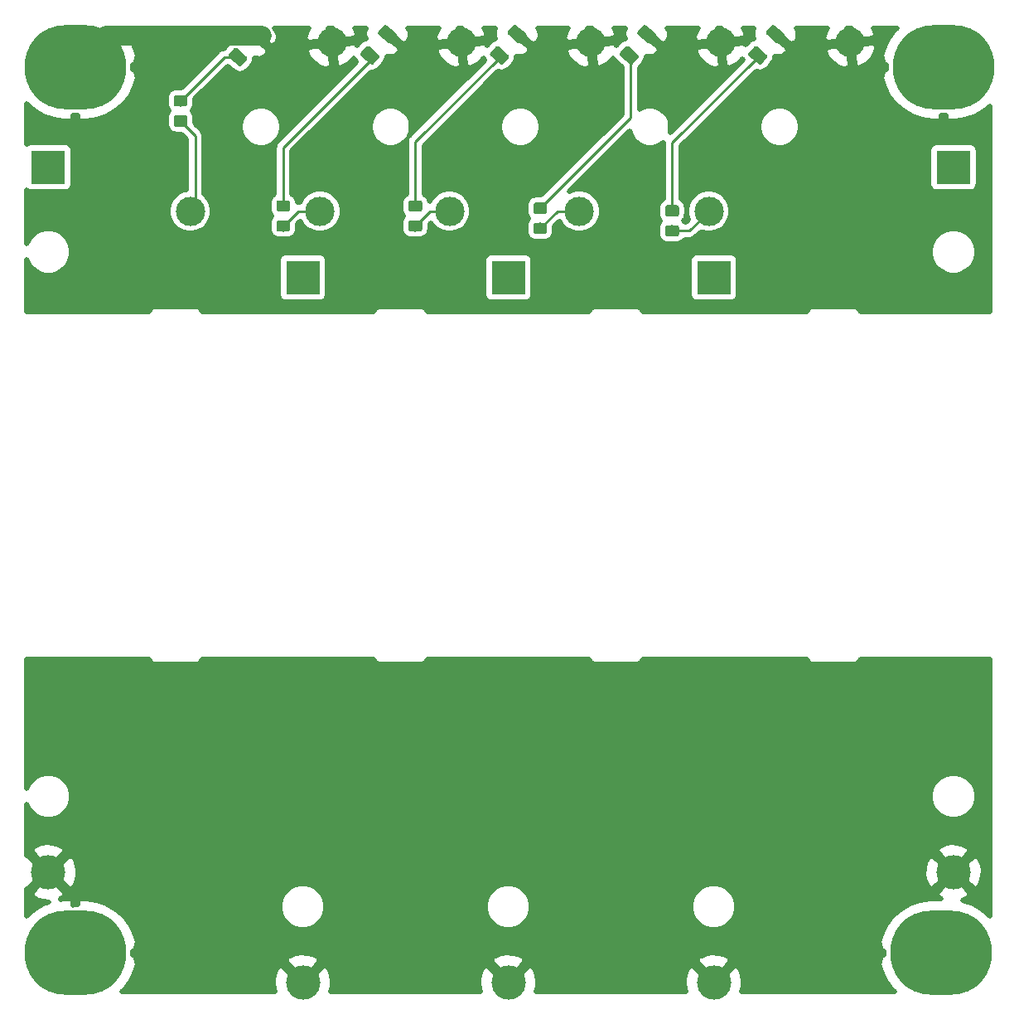
<source format=gbr>
G04 #@! TF.GenerationSoftware,KiCad,Pcbnew,(5.1.2)-2*
G04 #@! TF.CreationDate,2019-10-08T20:06:50+08:00*
G04 #@! TF.ProjectId,18650 holder,31383635-3020-4686-9f6c-6465722e6b69,rev?*
G04 #@! TF.SameCoordinates,Original*
G04 #@! TF.FileFunction,Copper,L1,Top*
G04 #@! TF.FilePolarity,Positive*
%FSLAX46Y46*%
G04 Gerber Fmt 4.6, Leading zero omitted, Abs format (unit mm)*
G04 Created by KiCad (PCBNEW (5.1.2)-2) date 2019-10-08 20:06:50*
%MOMM*%
%LPD*%
G04 APERTURE LIST*
%ADD10C,3.000000*%
%ADD11C,0.100000*%
%ADD12C,1.250000*%
%ADD13C,1.150000*%
%ADD14R,3.500000X3.500000*%
%ADD15C,3.500000*%
%ADD16C,0.900000*%
%ADD17O,10.400000X8.600000*%
%ADD18C,0.250000*%
%ADD19C,2.000000*%
%ADD20C,0.500000*%
G04 APERTURE END LIST*
D10*
X188962721Y-39264000D03*
X174500000Y-56500000D03*
X135962721Y-39264000D03*
X121500000Y-56500000D03*
X149212721Y-39264000D03*
X134750000Y-56500000D03*
X162462721Y-39264000D03*
X148000000Y-56500000D03*
X175712721Y-39264000D03*
X161250000Y-56500000D03*
D11*
G36*
X166139582Y-39634939D02*
G01*
X166163809Y-39638803D01*
X166187542Y-39645024D01*
X166210550Y-39653541D01*
X166232612Y-39664271D01*
X166253517Y-39677113D01*
X166273062Y-39691942D01*
X167230617Y-40495427D01*
X167248615Y-40512100D01*
X167264891Y-40530457D01*
X167279290Y-40550321D01*
X167291673Y-40571501D01*
X167301920Y-40593792D01*
X167309933Y-40616981D01*
X167315634Y-40640843D01*
X167318969Y-40665149D01*
X167319905Y-40689665D01*
X167318434Y-40714155D01*
X167314570Y-40738382D01*
X167308349Y-40762115D01*
X167299832Y-40785123D01*
X167289102Y-40807185D01*
X167276260Y-40828090D01*
X167261431Y-40847635D01*
X166779340Y-41422168D01*
X166762667Y-41440166D01*
X166744310Y-41456442D01*
X166724446Y-41470841D01*
X166703266Y-41483224D01*
X166680975Y-41493471D01*
X166657786Y-41501484D01*
X166633924Y-41507185D01*
X166609618Y-41510520D01*
X166585102Y-41511456D01*
X166560612Y-41509985D01*
X166536385Y-41506121D01*
X166512652Y-41499900D01*
X166489644Y-41491383D01*
X166467582Y-41480653D01*
X166446677Y-41467811D01*
X166427132Y-41452982D01*
X165469577Y-40649497D01*
X165451579Y-40632824D01*
X165435303Y-40614467D01*
X165420904Y-40594603D01*
X165408521Y-40573423D01*
X165398274Y-40551132D01*
X165390261Y-40527943D01*
X165384560Y-40504081D01*
X165381225Y-40479775D01*
X165380289Y-40455259D01*
X165381760Y-40430769D01*
X165385624Y-40406542D01*
X165391845Y-40382809D01*
X165400362Y-40359801D01*
X165411092Y-40337739D01*
X165423934Y-40316834D01*
X165438763Y-40297289D01*
X165920854Y-39722756D01*
X165937527Y-39704758D01*
X165955884Y-39688482D01*
X165975748Y-39674083D01*
X165996928Y-39661700D01*
X166019219Y-39651453D01*
X166042408Y-39643440D01*
X166066270Y-39637739D01*
X166090576Y-39634404D01*
X166115092Y-39633468D01*
X166139582Y-39634939D01*
X166139582Y-39634939D01*
G37*
D12*
X166350097Y-40572462D03*
D11*
G36*
X167939388Y-37490015D02*
G01*
X167963615Y-37493879D01*
X167987348Y-37500100D01*
X168010356Y-37508617D01*
X168032418Y-37519347D01*
X168053323Y-37532189D01*
X168072868Y-37547018D01*
X169030423Y-38350503D01*
X169048421Y-38367176D01*
X169064697Y-38385533D01*
X169079096Y-38405397D01*
X169091479Y-38426577D01*
X169101726Y-38448868D01*
X169109739Y-38472057D01*
X169115440Y-38495919D01*
X169118775Y-38520225D01*
X169119711Y-38544741D01*
X169118240Y-38569231D01*
X169114376Y-38593458D01*
X169108155Y-38617191D01*
X169099638Y-38640199D01*
X169088908Y-38662261D01*
X169076066Y-38683166D01*
X169061237Y-38702711D01*
X168579146Y-39277244D01*
X168562473Y-39295242D01*
X168544116Y-39311518D01*
X168524252Y-39325917D01*
X168503072Y-39338300D01*
X168480781Y-39348547D01*
X168457592Y-39356560D01*
X168433730Y-39362261D01*
X168409424Y-39365596D01*
X168384908Y-39366532D01*
X168360418Y-39365061D01*
X168336191Y-39361197D01*
X168312458Y-39354976D01*
X168289450Y-39346459D01*
X168267388Y-39335729D01*
X168246483Y-39322887D01*
X168226938Y-39308058D01*
X167269383Y-38504573D01*
X167251385Y-38487900D01*
X167235109Y-38469543D01*
X167220710Y-38449679D01*
X167208327Y-38428499D01*
X167198080Y-38406208D01*
X167190067Y-38383019D01*
X167184366Y-38359157D01*
X167181031Y-38334851D01*
X167180095Y-38310335D01*
X167181566Y-38285845D01*
X167185430Y-38261618D01*
X167191651Y-38237885D01*
X167200168Y-38214877D01*
X167210898Y-38192815D01*
X167223740Y-38171910D01*
X167238569Y-38152365D01*
X167720660Y-37577832D01*
X167737333Y-37559834D01*
X167755690Y-37543558D01*
X167775554Y-37529159D01*
X167796734Y-37516776D01*
X167819025Y-37506529D01*
X167842214Y-37498516D01*
X167866076Y-37492815D01*
X167890382Y-37489480D01*
X167914898Y-37488544D01*
X167939388Y-37490015D01*
X167939388Y-37490015D01*
G37*
D12*
X168149903Y-38427538D03*
D11*
G36*
X171224505Y-57926204D02*
G01*
X171248773Y-57929804D01*
X171272572Y-57935765D01*
X171295671Y-57944030D01*
X171317850Y-57954520D01*
X171338893Y-57967132D01*
X171358599Y-57981747D01*
X171376777Y-57998223D01*
X171393253Y-58016401D01*
X171407868Y-58036107D01*
X171420480Y-58057150D01*
X171430970Y-58079329D01*
X171439235Y-58102428D01*
X171445196Y-58126227D01*
X171448796Y-58150495D01*
X171450000Y-58174999D01*
X171450000Y-58825001D01*
X171448796Y-58849505D01*
X171445196Y-58873773D01*
X171439235Y-58897572D01*
X171430970Y-58920671D01*
X171420480Y-58942850D01*
X171407868Y-58963893D01*
X171393253Y-58983599D01*
X171376777Y-59001777D01*
X171358599Y-59018253D01*
X171338893Y-59032868D01*
X171317850Y-59045480D01*
X171295671Y-59055970D01*
X171272572Y-59064235D01*
X171248773Y-59070196D01*
X171224505Y-59073796D01*
X171200001Y-59075000D01*
X170299999Y-59075000D01*
X170275495Y-59073796D01*
X170251227Y-59070196D01*
X170227428Y-59064235D01*
X170204329Y-59055970D01*
X170182150Y-59045480D01*
X170161107Y-59032868D01*
X170141401Y-59018253D01*
X170123223Y-59001777D01*
X170106747Y-58983599D01*
X170092132Y-58963893D01*
X170079520Y-58942850D01*
X170069030Y-58920671D01*
X170060765Y-58897572D01*
X170054804Y-58873773D01*
X170051204Y-58849505D01*
X170050000Y-58825001D01*
X170050000Y-58174999D01*
X170051204Y-58150495D01*
X170054804Y-58126227D01*
X170060765Y-58102428D01*
X170069030Y-58079329D01*
X170079520Y-58057150D01*
X170092132Y-58036107D01*
X170106747Y-58016401D01*
X170123223Y-57998223D01*
X170141401Y-57981747D01*
X170161107Y-57967132D01*
X170182150Y-57954520D01*
X170204329Y-57944030D01*
X170227428Y-57935765D01*
X170251227Y-57929804D01*
X170275495Y-57926204D01*
X170299999Y-57925000D01*
X171200001Y-57925000D01*
X171224505Y-57926204D01*
X171224505Y-57926204D01*
G37*
D13*
X170750000Y-58500000D03*
D11*
G36*
X171224505Y-55876204D02*
G01*
X171248773Y-55879804D01*
X171272572Y-55885765D01*
X171295671Y-55894030D01*
X171317850Y-55904520D01*
X171338893Y-55917132D01*
X171358599Y-55931747D01*
X171376777Y-55948223D01*
X171393253Y-55966401D01*
X171407868Y-55986107D01*
X171420480Y-56007150D01*
X171430970Y-56029329D01*
X171439235Y-56052428D01*
X171445196Y-56076227D01*
X171448796Y-56100495D01*
X171450000Y-56124999D01*
X171450000Y-56775001D01*
X171448796Y-56799505D01*
X171445196Y-56823773D01*
X171439235Y-56847572D01*
X171430970Y-56870671D01*
X171420480Y-56892850D01*
X171407868Y-56913893D01*
X171393253Y-56933599D01*
X171376777Y-56951777D01*
X171358599Y-56968253D01*
X171338893Y-56982868D01*
X171317850Y-56995480D01*
X171295671Y-57005970D01*
X171272572Y-57014235D01*
X171248773Y-57020196D01*
X171224505Y-57023796D01*
X171200001Y-57025000D01*
X170299999Y-57025000D01*
X170275495Y-57023796D01*
X170251227Y-57020196D01*
X170227428Y-57014235D01*
X170204329Y-57005970D01*
X170182150Y-56995480D01*
X170161107Y-56982868D01*
X170141401Y-56968253D01*
X170123223Y-56951777D01*
X170106747Y-56933599D01*
X170092132Y-56913893D01*
X170079520Y-56892850D01*
X170069030Y-56870671D01*
X170060765Y-56847572D01*
X170054804Y-56823773D01*
X170051204Y-56799505D01*
X170050000Y-56775001D01*
X170050000Y-56124999D01*
X170051204Y-56100495D01*
X170054804Y-56076227D01*
X170060765Y-56052428D01*
X170069030Y-56029329D01*
X170079520Y-56007150D01*
X170092132Y-55986107D01*
X170106747Y-55966401D01*
X170123223Y-55948223D01*
X170141401Y-55931747D01*
X170161107Y-55917132D01*
X170182150Y-55904520D01*
X170204329Y-55894030D01*
X170227428Y-55885765D01*
X170251227Y-55879804D01*
X170275495Y-55876204D01*
X170299999Y-55875000D01*
X171200001Y-55875000D01*
X171224505Y-55876204D01*
X171224505Y-55876204D01*
G37*
D13*
X170750000Y-56450000D03*
D11*
G36*
X179289485Y-39634939D02*
G01*
X179313712Y-39638803D01*
X179337445Y-39645024D01*
X179360453Y-39653541D01*
X179382515Y-39664271D01*
X179403420Y-39677113D01*
X179422965Y-39691942D01*
X180380520Y-40495427D01*
X180398518Y-40512100D01*
X180414794Y-40530457D01*
X180429193Y-40550321D01*
X180441576Y-40571501D01*
X180451823Y-40593792D01*
X180459836Y-40616981D01*
X180465537Y-40640843D01*
X180468872Y-40665149D01*
X180469808Y-40689665D01*
X180468337Y-40714155D01*
X180464473Y-40738382D01*
X180458252Y-40762115D01*
X180449735Y-40785123D01*
X180439005Y-40807185D01*
X180426163Y-40828090D01*
X180411334Y-40847635D01*
X179929243Y-41422168D01*
X179912570Y-41440166D01*
X179894213Y-41456442D01*
X179874349Y-41470841D01*
X179853169Y-41483224D01*
X179830878Y-41493471D01*
X179807689Y-41501484D01*
X179783827Y-41507185D01*
X179759521Y-41510520D01*
X179735005Y-41511456D01*
X179710515Y-41509985D01*
X179686288Y-41506121D01*
X179662555Y-41499900D01*
X179639547Y-41491383D01*
X179617485Y-41480653D01*
X179596580Y-41467811D01*
X179577035Y-41452982D01*
X178619480Y-40649497D01*
X178601482Y-40632824D01*
X178585206Y-40614467D01*
X178570807Y-40594603D01*
X178558424Y-40573423D01*
X178548177Y-40551132D01*
X178540164Y-40527943D01*
X178534463Y-40504081D01*
X178531128Y-40479775D01*
X178530192Y-40455259D01*
X178531663Y-40430769D01*
X178535527Y-40406542D01*
X178541748Y-40382809D01*
X178550265Y-40359801D01*
X178560995Y-40337739D01*
X178573837Y-40316834D01*
X178588666Y-40297289D01*
X179070757Y-39722756D01*
X179087430Y-39704758D01*
X179105787Y-39688482D01*
X179125651Y-39674083D01*
X179146831Y-39661700D01*
X179169122Y-39651453D01*
X179192311Y-39643440D01*
X179216173Y-39637739D01*
X179240479Y-39634404D01*
X179264995Y-39633468D01*
X179289485Y-39634939D01*
X179289485Y-39634939D01*
G37*
D12*
X179500000Y-40572462D03*
D11*
G36*
X181089291Y-37490015D02*
G01*
X181113518Y-37493879D01*
X181137251Y-37500100D01*
X181160259Y-37508617D01*
X181182321Y-37519347D01*
X181203226Y-37532189D01*
X181222771Y-37547018D01*
X182180326Y-38350503D01*
X182198324Y-38367176D01*
X182214600Y-38385533D01*
X182228999Y-38405397D01*
X182241382Y-38426577D01*
X182251629Y-38448868D01*
X182259642Y-38472057D01*
X182265343Y-38495919D01*
X182268678Y-38520225D01*
X182269614Y-38544741D01*
X182268143Y-38569231D01*
X182264279Y-38593458D01*
X182258058Y-38617191D01*
X182249541Y-38640199D01*
X182238811Y-38662261D01*
X182225969Y-38683166D01*
X182211140Y-38702711D01*
X181729049Y-39277244D01*
X181712376Y-39295242D01*
X181694019Y-39311518D01*
X181674155Y-39325917D01*
X181652975Y-39338300D01*
X181630684Y-39348547D01*
X181607495Y-39356560D01*
X181583633Y-39362261D01*
X181559327Y-39365596D01*
X181534811Y-39366532D01*
X181510321Y-39365061D01*
X181486094Y-39361197D01*
X181462361Y-39354976D01*
X181439353Y-39346459D01*
X181417291Y-39335729D01*
X181396386Y-39322887D01*
X181376841Y-39308058D01*
X180419286Y-38504573D01*
X180401288Y-38487900D01*
X180385012Y-38469543D01*
X180370613Y-38449679D01*
X180358230Y-38428499D01*
X180347983Y-38406208D01*
X180339970Y-38383019D01*
X180334269Y-38359157D01*
X180330934Y-38334851D01*
X180329998Y-38310335D01*
X180331469Y-38285845D01*
X180335333Y-38261618D01*
X180341554Y-38237885D01*
X180350071Y-38214877D01*
X180360801Y-38192815D01*
X180373643Y-38171910D01*
X180388472Y-38152365D01*
X180870563Y-37577832D01*
X180887236Y-37559834D01*
X180905593Y-37543558D01*
X180925457Y-37529159D01*
X180946637Y-37516776D01*
X180968928Y-37506529D01*
X180992117Y-37498516D01*
X181015979Y-37492815D01*
X181040285Y-37489480D01*
X181064801Y-37488544D01*
X181089291Y-37490015D01*
X181089291Y-37490015D01*
G37*
D12*
X181299806Y-38427538D03*
D14*
X199500000Y-52000000D03*
D15*
X199500000Y-124000000D03*
D11*
G36*
X120974505Y-46701204D02*
G01*
X120998773Y-46704804D01*
X121022572Y-46710765D01*
X121045671Y-46719030D01*
X121067850Y-46729520D01*
X121088893Y-46742132D01*
X121108599Y-46756747D01*
X121126777Y-46773223D01*
X121143253Y-46791401D01*
X121157868Y-46811107D01*
X121170480Y-46832150D01*
X121180970Y-46854329D01*
X121189235Y-46877428D01*
X121195196Y-46901227D01*
X121198796Y-46925495D01*
X121200000Y-46949999D01*
X121200000Y-47600001D01*
X121198796Y-47624505D01*
X121195196Y-47648773D01*
X121189235Y-47672572D01*
X121180970Y-47695671D01*
X121170480Y-47717850D01*
X121157868Y-47738893D01*
X121143253Y-47758599D01*
X121126777Y-47776777D01*
X121108599Y-47793253D01*
X121088893Y-47807868D01*
X121067850Y-47820480D01*
X121045671Y-47830970D01*
X121022572Y-47839235D01*
X120998773Y-47845196D01*
X120974505Y-47848796D01*
X120950001Y-47850000D01*
X120049999Y-47850000D01*
X120025495Y-47848796D01*
X120001227Y-47845196D01*
X119977428Y-47839235D01*
X119954329Y-47830970D01*
X119932150Y-47820480D01*
X119911107Y-47807868D01*
X119891401Y-47793253D01*
X119873223Y-47776777D01*
X119856747Y-47758599D01*
X119842132Y-47738893D01*
X119829520Y-47717850D01*
X119819030Y-47695671D01*
X119810765Y-47672572D01*
X119804804Y-47648773D01*
X119801204Y-47624505D01*
X119800000Y-47600001D01*
X119800000Y-46949999D01*
X119801204Y-46925495D01*
X119804804Y-46901227D01*
X119810765Y-46877428D01*
X119819030Y-46854329D01*
X119829520Y-46832150D01*
X119842132Y-46811107D01*
X119856747Y-46791401D01*
X119873223Y-46773223D01*
X119891401Y-46756747D01*
X119911107Y-46742132D01*
X119932150Y-46729520D01*
X119954329Y-46719030D01*
X119977428Y-46710765D01*
X120001227Y-46704804D01*
X120025495Y-46701204D01*
X120049999Y-46700000D01*
X120950001Y-46700000D01*
X120974505Y-46701204D01*
X120974505Y-46701204D01*
G37*
D13*
X120500000Y-47275000D03*
D11*
G36*
X120974505Y-44651204D02*
G01*
X120998773Y-44654804D01*
X121022572Y-44660765D01*
X121045671Y-44669030D01*
X121067850Y-44679520D01*
X121088893Y-44692132D01*
X121108599Y-44706747D01*
X121126777Y-44723223D01*
X121143253Y-44741401D01*
X121157868Y-44761107D01*
X121170480Y-44782150D01*
X121180970Y-44804329D01*
X121189235Y-44827428D01*
X121195196Y-44851227D01*
X121198796Y-44875495D01*
X121200000Y-44899999D01*
X121200000Y-45550001D01*
X121198796Y-45574505D01*
X121195196Y-45598773D01*
X121189235Y-45622572D01*
X121180970Y-45645671D01*
X121170480Y-45667850D01*
X121157868Y-45688893D01*
X121143253Y-45708599D01*
X121126777Y-45726777D01*
X121108599Y-45743253D01*
X121088893Y-45757868D01*
X121067850Y-45770480D01*
X121045671Y-45780970D01*
X121022572Y-45789235D01*
X120998773Y-45795196D01*
X120974505Y-45798796D01*
X120950001Y-45800000D01*
X120049999Y-45800000D01*
X120025495Y-45798796D01*
X120001227Y-45795196D01*
X119977428Y-45789235D01*
X119954329Y-45780970D01*
X119932150Y-45770480D01*
X119911107Y-45757868D01*
X119891401Y-45743253D01*
X119873223Y-45726777D01*
X119856747Y-45708599D01*
X119842132Y-45688893D01*
X119829520Y-45667850D01*
X119819030Y-45645671D01*
X119810765Y-45622572D01*
X119804804Y-45598773D01*
X119801204Y-45574505D01*
X119800000Y-45550001D01*
X119800000Y-44899999D01*
X119801204Y-44875495D01*
X119804804Y-44851227D01*
X119810765Y-44827428D01*
X119819030Y-44804329D01*
X119829520Y-44782150D01*
X119842132Y-44761107D01*
X119856747Y-44741401D01*
X119873223Y-44723223D01*
X119891401Y-44706747D01*
X119911107Y-44692132D01*
X119932150Y-44679520D01*
X119954329Y-44669030D01*
X119977428Y-44660765D01*
X120001227Y-44654804D01*
X120025495Y-44651204D01*
X120049999Y-44650000D01*
X120950001Y-44650000D01*
X120974505Y-44651204D01*
X120974505Y-44651204D01*
G37*
D13*
X120500000Y-45225000D03*
D11*
G36*
X131474505Y-57426204D02*
G01*
X131498773Y-57429804D01*
X131522572Y-57435765D01*
X131545671Y-57444030D01*
X131567850Y-57454520D01*
X131588893Y-57467132D01*
X131608599Y-57481747D01*
X131626777Y-57498223D01*
X131643253Y-57516401D01*
X131657868Y-57536107D01*
X131670480Y-57557150D01*
X131680970Y-57579329D01*
X131689235Y-57602428D01*
X131695196Y-57626227D01*
X131698796Y-57650495D01*
X131700000Y-57674999D01*
X131700000Y-58325001D01*
X131698796Y-58349505D01*
X131695196Y-58373773D01*
X131689235Y-58397572D01*
X131680970Y-58420671D01*
X131670480Y-58442850D01*
X131657868Y-58463893D01*
X131643253Y-58483599D01*
X131626777Y-58501777D01*
X131608599Y-58518253D01*
X131588893Y-58532868D01*
X131567850Y-58545480D01*
X131545671Y-58555970D01*
X131522572Y-58564235D01*
X131498773Y-58570196D01*
X131474505Y-58573796D01*
X131450001Y-58575000D01*
X130549999Y-58575000D01*
X130525495Y-58573796D01*
X130501227Y-58570196D01*
X130477428Y-58564235D01*
X130454329Y-58555970D01*
X130432150Y-58545480D01*
X130411107Y-58532868D01*
X130391401Y-58518253D01*
X130373223Y-58501777D01*
X130356747Y-58483599D01*
X130342132Y-58463893D01*
X130329520Y-58442850D01*
X130319030Y-58420671D01*
X130310765Y-58397572D01*
X130304804Y-58373773D01*
X130301204Y-58349505D01*
X130300000Y-58325001D01*
X130300000Y-57674999D01*
X130301204Y-57650495D01*
X130304804Y-57626227D01*
X130310765Y-57602428D01*
X130319030Y-57579329D01*
X130329520Y-57557150D01*
X130342132Y-57536107D01*
X130356747Y-57516401D01*
X130373223Y-57498223D01*
X130391401Y-57481747D01*
X130411107Y-57467132D01*
X130432150Y-57454520D01*
X130454329Y-57444030D01*
X130477428Y-57435765D01*
X130501227Y-57429804D01*
X130525495Y-57426204D01*
X130549999Y-57425000D01*
X131450001Y-57425000D01*
X131474505Y-57426204D01*
X131474505Y-57426204D01*
G37*
D13*
X131000000Y-58000000D03*
D11*
G36*
X131474505Y-55376204D02*
G01*
X131498773Y-55379804D01*
X131522572Y-55385765D01*
X131545671Y-55394030D01*
X131567850Y-55404520D01*
X131588893Y-55417132D01*
X131608599Y-55431747D01*
X131626777Y-55448223D01*
X131643253Y-55466401D01*
X131657868Y-55486107D01*
X131670480Y-55507150D01*
X131680970Y-55529329D01*
X131689235Y-55552428D01*
X131695196Y-55576227D01*
X131698796Y-55600495D01*
X131700000Y-55624999D01*
X131700000Y-56275001D01*
X131698796Y-56299505D01*
X131695196Y-56323773D01*
X131689235Y-56347572D01*
X131680970Y-56370671D01*
X131670480Y-56392850D01*
X131657868Y-56413893D01*
X131643253Y-56433599D01*
X131626777Y-56451777D01*
X131608599Y-56468253D01*
X131588893Y-56482868D01*
X131567850Y-56495480D01*
X131545671Y-56505970D01*
X131522572Y-56514235D01*
X131498773Y-56520196D01*
X131474505Y-56523796D01*
X131450001Y-56525000D01*
X130549999Y-56525000D01*
X130525495Y-56523796D01*
X130501227Y-56520196D01*
X130477428Y-56514235D01*
X130454329Y-56505970D01*
X130432150Y-56495480D01*
X130411107Y-56482868D01*
X130391401Y-56468253D01*
X130373223Y-56451777D01*
X130356747Y-56433599D01*
X130342132Y-56413893D01*
X130329520Y-56392850D01*
X130319030Y-56370671D01*
X130310765Y-56347572D01*
X130304804Y-56323773D01*
X130301204Y-56299505D01*
X130300000Y-56275001D01*
X130300000Y-55624999D01*
X130301204Y-55600495D01*
X130304804Y-55576227D01*
X130310765Y-55552428D01*
X130319030Y-55529329D01*
X130329520Y-55507150D01*
X130342132Y-55486107D01*
X130356747Y-55466401D01*
X130373223Y-55448223D01*
X130391401Y-55431747D01*
X130411107Y-55417132D01*
X130432150Y-55404520D01*
X130454329Y-55394030D01*
X130477428Y-55385765D01*
X130501227Y-55379804D01*
X130525495Y-55376204D01*
X130549999Y-55375000D01*
X131450001Y-55375000D01*
X131474505Y-55376204D01*
X131474505Y-55376204D01*
G37*
D13*
X131000000Y-55950000D03*
D11*
G36*
X144974505Y-57426204D02*
G01*
X144998773Y-57429804D01*
X145022572Y-57435765D01*
X145045671Y-57444030D01*
X145067850Y-57454520D01*
X145088893Y-57467132D01*
X145108599Y-57481747D01*
X145126777Y-57498223D01*
X145143253Y-57516401D01*
X145157868Y-57536107D01*
X145170480Y-57557150D01*
X145180970Y-57579329D01*
X145189235Y-57602428D01*
X145195196Y-57626227D01*
X145198796Y-57650495D01*
X145200000Y-57674999D01*
X145200000Y-58325001D01*
X145198796Y-58349505D01*
X145195196Y-58373773D01*
X145189235Y-58397572D01*
X145180970Y-58420671D01*
X145170480Y-58442850D01*
X145157868Y-58463893D01*
X145143253Y-58483599D01*
X145126777Y-58501777D01*
X145108599Y-58518253D01*
X145088893Y-58532868D01*
X145067850Y-58545480D01*
X145045671Y-58555970D01*
X145022572Y-58564235D01*
X144998773Y-58570196D01*
X144974505Y-58573796D01*
X144950001Y-58575000D01*
X144049999Y-58575000D01*
X144025495Y-58573796D01*
X144001227Y-58570196D01*
X143977428Y-58564235D01*
X143954329Y-58555970D01*
X143932150Y-58545480D01*
X143911107Y-58532868D01*
X143891401Y-58518253D01*
X143873223Y-58501777D01*
X143856747Y-58483599D01*
X143842132Y-58463893D01*
X143829520Y-58442850D01*
X143819030Y-58420671D01*
X143810765Y-58397572D01*
X143804804Y-58373773D01*
X143801204Y-58349505D01*
X143800000Y-58325001D01*
X143800000Y-57674999D01*
X143801204Y-57650495D01*
X143804804Y-57626227D01*
X143810765Y-57602428D01*
X143819030Y-57579329D01*
X143829520Y-57557150D01*
X143842132Y-57536107D01*
X143856747Y-57516401D01*
X143873223Y-57498223D01*
X143891401Y-57481747D01*
X143911107Y-57467132D01*
X143932150Y-57454520D01*
X143954329Y-57444030D01*
X143977428Y-57435765D01*
X144001227Y-57429804D01*
X144025495Y-57426204D01*
X144049999Y-57425000D01*
X144950001Y-57425000D01*
X144974505Y-57426204D01*
X144974505Y-57426204D01*
G37*
D13*
X144500000Y-58000000D03*
D11*
G36*
X144974505Y-55376204D02*
G01*
X144998773Y-55379804D01*
X145022572Y-55385765D01*
X145045671Y-55394030D01*
X145067850Y-55404520D01*
X145088893Y-55417132D01*
X145108599Y-55431747D01*
X145126777Y-55448223D01*
X145143253Y-55466401D01*
X145157868Y-55486107D01*
X145170480Y-55507150D01*
X145180970Y-55529329D01*
X145189235Y-55552428D01*
X145195196Y-55576227D01*
X145198796Y-55600495D01*
X145200000Y-55624999D01*
X145200000Y-56275001D01*
X145198796Y-56299505D01*
X145195196Y-56323773D01*
X145189235Y-56347572D01*
X145180970Y-56370671D01*
X145170480Y-56392850D01*
X145157868Y-56413893D01*
X145143253Y-56433599D01*
X145126777Y-56451777D01*
X145108599Y-56468253D01*
X145088893Y-56482868D01*
X145067850Y-56495480D01*
X145045671Y-56505970D01*
X145022572Y-56514235D01*
X144998773Y-56520196D01*
X144974505Y-56523796D01*
X144950001Y-56525000D01*
X144049999Y-56525000D01*
X144025495Y-56523796D01*
X144001227Y-56520196D01*
X143977428Y-56514235D01*
X143954329Y-56505970D01*
X143932150Y-56495480D01*
X143911107Y-56482868D01*
X143891401Y-56468253D01*
X143873223Y-56451777D01*
X143856747Y-56433599D01*
X143842132Y-56413893D01*
X143829520Y-56392850D01*
X143819030Y-56370671D01*
X143810765Y-56347572D01*
X143804804Y-56323773D01*
X143801204Y-56299505D01*
X143800000Y-56275001D01*
X143800000Y-55624999D01*
X143801204Y-55600495D01*
X143804804Y-55576227D01*
X143810765Y-55552428D01*
X143819030Y-55529329D01*
X143829520Y-55507150D01*
X143842132Y-55486107D01*
X143856747Y-55466401D01*
X143873223Y-55448223D01*
X143891401Y-55431747D01*
X143911107Y-55417132D01*
X143932150Y-55404520D01*
X143954329Y-55394030D01*
X143977428Y-55385765D01*
X144001227Y-55379804D01*
X144025495Y-55376204D01*
X144049999Y-55375000D01*
X144950001Y-55375000D01*
X144974505Y-55376204D01*
X144974505Y-55376204D01*
G37*
D13*
X144500000Y-55950000D03*
D11*
G36*
X157724505Y-57676204D02*
G01*
X157748773Y-57679804D01*
X157772572Y-57685765D01*
X157795671Y-57694030D01*
X157817850Y-57704520D01*
X157838893Y-57717132D01*
X157858599Y-57731747D01*
X157876777Y-57748223D01*
X157893253Y-57766401D01*
X157907868Y-57786107D01*
X157920480Y-57807150D01*
X157930970Y-57829329D01*
X157939235Y-57852428D01*
X157945196Y-57876227D01*
X157948796Y-57900495D01*
X157950000Y-57924999D01*
X157950000Y-58575001D01*
X157948796Y-58599505D01*
X157945196Y-58623773D01*
X157939235Y-58647572D01*
X157930970Y-58670671D01*
X157920480Y-58692850D01*
X157907868Y-58713893D01*
X157893253Y-58733599D01*
X157876777Y-58751777D01*
X157858599Y-58768253D01*
X157838893Y-58782868D01*
X157817850Y-58795480D01*
X157795671Y-58805970D01*
X157772572Y-58814235D01*
X157748773Y-58820196D01*
X157724505Y-58823796D01*
X157700001Y-58825000D01*
X156799999Y-58825000D01*
X156775495Y-58823796D01*
X156751227Y-58820196D01*
X156727428Y-58814235D01*
X156704329Y-58805970D01*
X156682150Y-58795480D01*
X156661107Y-58782868D01*
X156641401Y-58768253D01*
X156623223Y-58751777D01*
X156606747Y-58733599D01*
X156592132Y-58713893D01*
X156579520Y-58692850D01*
X156569030Y-58670671D01*
X156560765Y-58647572D01*
X156554804Y-58623773D01*
X156551204Y-58599505D01*
X156550000Y-58575001D01*
X156550000Y-57924999D01*
X156551204Y-57900495D01*
X156554804Y-57876227D01*
X156560765Y-57852428D01*
X156569030Y-57829329D01*
X156579520Y-57807150D01*
X156592132Y-57786107D01*
X156606747Y-57766401D01*
X156623223Y-57748223D01*
X156641401Y-57731747D01*
X156661107Y-57717132D01*
X156682150Y-57704520D01*
X156704329Y-57694030D01*
X156727428Y-57685765D01*
X156751227Y-57679804D01*
X156775495Y-57676204D01*
X156799999Y-57675000D01*
X157700001Y-57675000D01*
X157724505Y-57676204D01*
X157724505Y-57676204D01*
G37*
D13*
X157250000Y-58250000D03*
D11*
G36*
X157724505Y-55626204D02*
G01*
X157748773Y-55629804D01*
X157772572Y-55635765D01*
X157795671Y-55644030D01*
X157817850Y-55654520D01*
X157838893Y-55667132D01*
X157858599Y-55681747D01*
X157876777Y-55698223D01*
X157893253Y-55716401D01*
X157907868Y-55736107D01*
X157920480Y-55757150D01*
X157930970Y-55779329D01*
X157939235Y-55802428D01*
X157945196Y-55826227D01*
X157948796Y-55850495D01*
X157950000Y-55874999D01*
X157950000Y-56525001D01*
X157948796Y-56549505D01*
X157945196Y-56573773D01*
X157939235Y-56597572D01*
X157930970Y-56620671D01*
X157920480Y-56642850D01*
X157907868Y-56663893D01*
X157893253Y-56683599D01*
X157876777Y-56701777D01*
X157858599Y-56718253D01*
X157838893Y-56732868D01*
X157817850Y-56745480D01*
X157795671Y-56755970D01*
X157772572Y-56764235D01*
X157748773Y-56770196D01*
X157724505Y-56773796D01*
X157700001Y-56775000D01*
X156799999Y-56775000D01*
X156775495Y-56773796D01*
X156751227Y-56770196D01*
X156727428Y-56764235D01*
X156704329Y-56755970D01*
X156682150Y-56745480D01*
X156661107Y-56732868D01*
X156641401Y-56718253D01*
X156623223Y-56701777D01*
X156606747Y-56683599D01*
X156592132Y-56663893D01*
X156579520Y-56642850D01*
X156569030Y-56620671D01*
X156560765Y-56597572D01*
X156554804Y-56573773D01*
X156551204Y-56549505D01*
X156550000Y-56525001D01*
X156550000Y-55874999D01*
X156551204Y-55850495D01*
X156554804Y-55826227D01*
X156560765Y-55802428D01*
X156569030Y-55779329D01*
X156579520Y-55757150D01*
X156592132Y-55736107D01*
X156606747Y-55716401D01*
X156623223Y-55698223D01*
X156641401Y-55681747D01*
X156661107Y-55667132D01*
X156682150Y-55654520D01*
X156704329Y-55644030D01*
X156727428Y-55635765D01*
X156751227Y-55629804D01*
X156775495Y-55626204D01*
X156799999Y-55625000D01*
X157700001Y-55625000D01*
X157724505Y-55626204D01*
X157724505Y-55626204D01*
G37*
D13*
X157250000Y-56200000D03*
D11*
G36*
X126139582Y-39812477D02*
G01*
X126163809Y-39816341D01*
X126187542Y-39822562D01*
X126210550Y-39831079D01*
X126232612Y-39841809D01*
X126253517Y-39854651D01*
X126273062Y-39869480D01*
X127230617Y-40672965D01*
X127248615Y-40689638D01*
X127264891Y-40707995D01*
X127279290Y-40727859D01*
X127291673Y-40749039D01*
X127301920Y-40771330D01*
X127309933Y-40794519D01*
X127315634Y-40818381D01*
X127318969Y-40842687D01*
X127319905Y-40867203D01*
X127318434Y-40891693D01*
X127314570Y-40915920D01*
X127308349Y-40939653D01*
X127299832Y-40962661D01*
X127289102Y-40984723D01*
X127276260Y-41005628D01*
X127261431Y-41025173D01*
X126779340Y-41599706D01*
X126762667Y-41617704D01*
X126744310Y-41633980D01*
X126724446Y-41648379D01*
X126703266Y-41660762D01*
X126680975Y-41671009D01*
X126657786Y-41679022D01*
X126633924Y-41684723D01*
X126609618Y-41688058D01*
X126585102Y-41688994D01*
X126560612Y-41687523D01*
X126536385Y-41683659D01*
X126512652Y-41677438D01*
X126489644Y-41668921D01*
X126467582Y-41658191D01*
X126446677Y-41645349D01*
X126427132Y-41630520D01*
X125469577Y-40827035D01*
X125451579Y-40810362D01*
X125435303Y-40792005D01*
X125420904Y-40772141D01*
X125408521Y-40750961D01*
X125398274Y-40728670D01*
X125390261Y-40705481D01*
X125384560Y-40681619D01*
X125381225Y-40657313D01*
X125380289Y-40632797D01*
X125381760Y-40608307D01*
X125385624Y-40584080D01*
X125391845Y-40560347D01*
X125400362Y-40537339D01*
X125411092Y-40515277D01*
X125423934Y-40494372D01*
X125438763Y-40474827D01*
X125920854Y-39900294D01*
X125937527Y-39882296D01*
X125955884Y-39866020D01*
X125975748Y-39851621D01*
X125996928Y-39839238D01*
X126019219Y-39828991D01*
X126042408Y-39820978D01*
X126066270Y-39815277D01*
X126090576Y-39811942D01*
X126115092Y-39811006D01*
X126139582Y-39812477D01*
X126139582Y-39812477D01*
G37*
D12*
X126350097Y-40750000D03*
D11*
G36*
X127939388Y-37667553D02*
G01*
X127963615Y-37671417D01*
X127987348Y-37677638D01*
X128010356Y-37686155D01*
X128032418Y-37696885D01*
X128053323Y-37709727D01*
X128072868Y-37724556D01*
X129030423Y-38528041D01*
X129048421Y-38544714D01*
X129064697Y-38563071D01*
X129079096Y-38582935D01*
X129091479Y-38604115D01*
X129101726Y-38626406D01*
X129109739Y-38649595D01*
X129115440Y-38673457D01*
X129118775Y-38697763D01*
X129119711Y-38722279D01*
X129118240Y-38746769D01*
X129114376Y-38770996D01*
X129108155Y-38794729D01*
X129099638Y-38817737D01*
X129088908Y-38839799D01*
X129076066Y-38860704D01*
X129061237Y-38880249D01*
X128579146Y-39454782D01*
X128562473Y-39472780D01*
X128544116Y-39489056D01*
X128524252Y-39503455D01*
X128503072Y-39515838D01*
X128480781Y-39526085D01*
X128457592Y-39534098D01*
X128433730Y-39539799D01*
X128409424Y-39543134D01*
X128384908Y-39544070D01*
X128360418Y-39542599D01*
X128336191Y-39538735D01*
X128312458Y-39532514D01*
X128289450Y-39523997D01*
X128267388Y-39513267D01*
X128246483Y-39500425D01*
X128226938Y-39485596D01*
X127269383Y-38682111D01*
X127251385Y-38665438D01*
X127235109Y-38647081D01*
X127220710Y-38627217D01*
X127208327Y-38606037D01*
X127198080Y-38583746D01*
X127190067Y-38560557D01*
X127184366Y-38536695D01*
X127181031Y-38512389D01*
X127180095Y-38487873D01*
X127181566Y-38463383D01*
X127185430Y-38439156D01*
X127191651Y-38415423D01*
X127200168Y-38392415D01*
X127210898Y-38370353D01*
X127223740Y-38349448D01*
X127238569Y-38329903D01*
X127720660Y-37755370D01*
X127737333Y-37737372D01*
X127755690Y-37721096D01*
X127775554Y-37706697D01*
X127796734Y-37694314D01*
X127819025Y-37684067D01*
X127842214Y-37676054D01*
X127866076Y-37670353D01*
X127890382Y-37667018D01*
X127914898Y-37666082D01*
X127939388Y-37667553D01*
X127939388Y-37667553D01*
G37*
D12*
X128149903Y-38605076D03*
D11*
G36*
X139639582Y-39634939D02*
G01*
X139663809Y-39638803D01*
X139687542Y-39645024D01*
X139710550Y-39653541D01*
X139732612Y-39664271D01*
X139753517Y-39677113D01*
X139773062Y-39691942D01*
X140730617Y-40495427D01*
X140748615Y-40512100D01*
X140764891Y-40530457D01*
X140779290Y-40550321D01*
X140791673Y-40571501D01*
X140801920Y-40593792D01*
X140809933Y-40616981D01*
X140815634Y-40640843D01*
X140818969Y-40665149D01*
X140819905Y-40689665D01*
X140818434Y-40714155D01*
X140814570Y-40738382D01*
X140808349Y-40762115D01*
X140799832Y-40785123D01*
X140789102Y-40807185D01*
X140776260Y-40828090D01*
X140761431Y-40847635D01*
X140279340Y-41422168D01*
X140262667Y-41440166D01*
X140244310Y-41456442D01*
X140224446Y-41470841D01*
X140203266Y-41483224D01*
X140180975Y-41493471D01*
X140157786Y-41501484D01*
X140133924Y-41507185D01*
X140109618Y-41510520D01*
X140085102Y-41511456D01*
X140060612Y-41509985D01*
X140036385Y-41506121D01*
X140012652Y-41499900D01*
X139989644Y-41491383D01*
X139967582Y-41480653D01*
X139946677Y-41467811D01*
X139927132Y-41452982D01*
X138969577Y-40649497D01*
X138951579Y-40632824D01*
X138935303Y-40614467D01*
X138920904Y-40594603D01*
X138908521Y-40573423D01*
X138898274Y-40551132D01*
X138890261Y-40527943D01*
X138884560Y-40504081D01*
X138881225Y-40479775D01*
X138880289Y-40455259D01*
X138881760Y-40430769D01*
X138885624Y-40406542D01*
X138891845Y-40382809D01*
X138900362Y-40359801D01*
X138911092Y-40337739D01*
X138923934Y-40316834D01*
X138938763Y-40297289D01*
X139420854Y-39722756D01*
X139437527Y-39704758D01*
X139455884Y-39688482D01*
X139475748Y-39674083D01*
X139496928Y-39661700D01*
X139519219Y-39651453D01*
X139542408Y-39643440D01*
X139566270Y-39637739D01*
X139590576Y-39634404D01*
X139615092Y-39633468D01*
X139639582Y-39634939D01*
X139639582Y-39634939D01*
G37*
D12*
X139850097Y-40572462D03*
D11*
G36*
X141439388Y-37490015D02*
G01*
X141463615Y-37493879D01*
X141487348Y-37500100D01*
X141510356Y-37508617D01*
X141532418Y-37519347D01*
X141553323Y-37532189D01*
X141572868Y-37547018D01*
X142530423Y-38350503D01*
X142548421Y-38367176D01*
X142564697Y-38385533D01*
X142579096Y-38405397D01*
X142591479Y-38426577D01*
X142601726Y-38448868D01*
X142609739Y-38472057D01*
X142615440Y-38495919D01*
X142618775Y-38520225D01*
X142619711Y-38544741D01*
X142618240Y-38569231D01*
X142614376Y-38593458D01*
X142608155Y-38617191D01*
X142599638Y-38640199D01*
X142588908Y-38662261D01*
X142576066Y-38683166D01*
X142561237Y-38702711D01*
X142079146Y-39277244D01*
X142062473Y-39295242D01*
X142044116Y-39311518D01*
X142024252Y-39325917D01*
X142003072Y-39338300D01*
X141980781Y-39348547D01*
X141957592Y-39356560D01*
X141933730Y-39362261D01*
X141909424Y-39365596D01*
X141884908Y-39366532D01*
X141860418Y-39365061D01*
X141836191Y-39361197D01*
X141812458Y-39354976D01*
X141789450Y-39346459D01*
X141767388Y-39335729D01*
X141746483Y-39322887D01*
X141726938Y-39308058D01*
X140769383Y-38504573D01*
X140751385Y-38487900D01*
X140735109Y-38469543D01*
X140720710Y-38449679D01*
X140708327Y-38428499D01*
X140698080Y-38406208D01*
X140690067Y-38383019D01*
X140684366Y-38359157D01*
X140681031Y-38334851D01*
X140680095Y-38310335D01*
X140681566Y-38285845D01*
X140685430Y-38261618D01*
X140691651Y-38237885D01*
X140700168Y-38214877D01*
X140710898Y-38192815D01*
X140723740Y-38171910D01*
X140738569Y-38152365D01*
X141220660Y-37577832D01*
X141237333Y-37559834D01*
X141255690Y-37543558D01*
X141275554Y-37529159D01*
X141296734Y-37516776D01*
X141319025Y-37506529D01*
X141342214Y-37498516D01*
X141366076Y-37492815D01*
X141390382Y-37489480D01*
X141414898Y-37488544D01*
X141439388Y-37490015D01*
X141439388Y-37490015D01*
G37*
D12*
X141649903Y-38427538D03*
D11*
G36*
X152889582Y-39634939D02*
G01*
X152913809Y-39638803D01*
X152937542Y-39645024D01*
X152960550Y-39653541D01*
X152982612Y-39664271D01*
X153003517Y-39677113D01*
X153023062Y-39691942D01*
X153980617Y-40495427D01*
X153998615Y-40512100D01*
X154014891Y-40530457D01*
X154029290Y-40550321D01*
X154041673Y-40571501D01*
X154051920Y-40593792D01*
X154059933Y-40616981D01*
X154065634Y-40640843D01*
X154068969Y-40665149D01*
X154069905Y-40689665D01*
X154068434Y-40714155D01*
X154064570Y-40738382D01*
X154058349Y-40762115D01*
X154049832Y-40785123D01*
X154039102Y-40807185D01*
X154026260Y-40828090D01*
X154011431Y-40847635D01*
X153529340Y-41422168D01*
X153512667Y-41440166D01*
X153494310Y-41456442D01*
X153474446Y-41470841D01*
X153453266Y-41483224D01*
X153430975Y-41493471D01*
X153407786Y-41501484D01*
X153383924Y-41507185D01*
X153359618Y-41510520D01*
X153335102Y-41511456D01*
X153310612Y-41509985D01*
X153286385Y-41506121D01*
X153262652Y-41499900D01*
X153239644Y-41491383D01*
X153217582Y-41480653D01*
X153196677Y-41467811D01*
X153177132Y-41452982D01*
X152219577Y-40649497D01*
X152201579Y-40632824D01*
X152185303Y-40614467D01*
X152170904Y-40594603D01*
X152158521Y-40573423D01*
X152148274Y-40551132D01*
X152140261Y-40527943D01*
X152134560Y-40504081D01*
X152131225Y-40479775D01*
X152130289Y-40455259D01*
X152131760Y-40430769D01*
X152135624Y-40406542D01*
X152141845Y-40382809D01*
X152150362Y-40359801D01*
X152161092Y-40337739D01*
X152173934Y-40316834D01*
X152188763Y-40297289D01*
X152670854Y-39722756D01*
X152687527Y-39704758D01*
X152705884Y-39688482D01*
X152725748Y-39674083D01*
X152746928Y-39661700D01*
X152769219Y-39651453D01*
X152792408Y-39643440D01*
X152816270Y-39637739D01*
X152840576Y-39634404D01*
X152865092Y-39633468D01*
X152889582Y-39634939D01*
X152889582Y-39634939D01*
G37*
D12*
X153100097Y-40572462D03*
D11*
G36*
X154689388Y-37490015D02*
G01*
X154713615Y-37493879D01*
X154737348Y-37500100D01*
X154760356Y-37508617D01*
X154782418Y-37519347D01*
X154803323Y-37532189D01*
X154822868Y-37547018D01*
X155780423Y-38350503D01*
X155798421Y-38367176D01*
X155814697Y-38385533D01*
X155829096Y-38405397D01*
X155841479Y-38426577D01*
X155851726Y-38448868D01*
X155859739Y-38472057D01*
X155865440Y-38495919D01*
X155868775Y-38520225D01*
X155869711Y-38544741D01*
X155868240Y-38569231D01*
X155864376Y-38593458D01*
X155858155Y-38617191D01*
X155849638Y-38640199D01*
X155838908Y-38662261D01*
X155826066Y-38683166D01*
X155811237Y-38702711D01*
X155329146Y-39277244D01*
X155312473Y-39295242D01*
X155294116Y-39311518D01*
X155274252Y-39325917D01*
X155253072Y-39338300D01*
X155230781Y-39348547D01*
X155207592Y-39356560D01*
X155183730Y-39362261D01*
X155159424Y-39365596D01*
X155134908Y-39366532D01*
X155110418Y-39365061D01*
X155086191Y-39361197D01*
X155062458Y-39354976D01*
X155039450Y-39346459D01*
X155017388Y-39335729D01*
X154996483Y-39322887D01*
X154976938Y-39308058D01*
X154019383Y-38504573D01*
X154001385Y-38487900D01*
X153985109Y-38469543D01*
X153970710Y-38449679D01*
X153958327Y-38428499D01*
X153948080Y-38406208D01*
X153940067Y-38383019D01*
X153934366Y-38359157D01*
X153931031Y-38334851D01*
X153930095Y-38310335D01*
X153931566Y-38285845D01*
X153935430Y-38261618D01*
X153941651Y-38237885D01*
X153950168Y-38214877D01*
X153960898Y-38192815D01*
X153973740Y-38171910D01*
X153988569Y-38152365D01*
X154470660Y-37577832D01*
X154487333Y-37559834D01*
X154505690Y-37543558D01*
X154525554Y-37529159D01*
X154546734Y-37516776D01*
X154569025Y-37506529D01*
X154592214Y-37498516D01*
X154616076Y-37492815D01*
X154640382Y-37489480D01*
X154664898Y-37488544D01*
X154689388Y-37490015D01*
X154689388Y-37490015D01*
G37*
D12*
X154899903Y-38427538D03*
D16*
X194699000Y-43200000D03*
X198500000Y-44975000D03*
X202301000Y-43200000D03*
X202650000Y-41750000D03*
X202301000Y-40300000D03*
X198500000Y-38525000D03*
X194699000Y-40300000D03*
X194350000Y-41750000D03*
X196995000Y-44901000D03*
X195580000Y-44271000D03*
X195580000Y-39229000D03*
X201420000Y-39229000D03*
X201420000Y-44271000D03*
X200005000Y-44901000D03*
X200005000Y-38599000D03*
X196995000Y-38599000D03*
D17*
X198500000Y-41750000D03*
D16*
X194449000Y-133700000D03*
X198250000Y-135475000D03*
X202051000Y-133700000D03*
X202400000Y-132250000D03*
X202051000Y-130800000D03*
X198250000Y-129025000D03*
X194449000Y-130800000D03*
X194100000Y-132250000D03*
X196745000Y-135401000D03*
X195330000Y-134771000D03*
X195330000Y-129729000D03*
X201170000Y-129729000D03*
X201170000Y-134771000D03*
X199755000Y-135401000D03*
X199755000Y-129099000D03*
X196745000Y-129099000D03*
D17*
X198250000Y-132250000D03*
D16*
X105949000Y-133700000D03*
X109750000Y-135475000D03*
X113551000Y-133700000D03*
X113900000Y-132250000D03*
X113551000Y-130800000D03*
X109750000Y-129025000D03*
X105949000Y-130800000D03*
X105600000Y-132250000D03*
X108245000Y-135401000D03*
X106830000Y-134771000D03*
X106830000Y-129729000D03*
X112670000Y-129729000D03*
X112670000Y-134771000D03*
X111255000Y-135401000D03*
X111255000Y-129099000D03*
X108245000Y-129099000D03*
D17*
X109750000Y-132250000D03*
D16*
X105949000Y-43200000D03*
X109750000Y-44975000D03*
X113551000Y-43200000D03*
X113900000Y-41750000D03*
X113551000Y-40300000D03*
X109750000Y-38525000D03*
X105949000Y-40300000D03*
X105600000Y-41750000D03*
X108245000Y-44901000D03*
X106830000Y-44271000D03*
X106830000Y-39229000D03*
X112670000Y-39229000D03*
X112670000Y-44271000D03*
X111255000Y-44901000D03*
X111255000Y-38599000D03*
X108245000Y-38599000D03*
D17*
X109750000Y-41750000D03*
D14*
X107000000Y-52000000D03*
D15*
X107000000Y-124000000D03*
D14*
X133000000Y-63250000D03*
D15*
X133000000Y-135250000D03*
D14*
X154000000Y-63250000D03*
D15*
X154000000Y-135250000D03*
D14*
X175000000Y-63250000D03*
D15*
X175000000Y-135250000D03*
D18*
X159000000Y-56500000D02*
X157250000Y-58250000D01*
X161250000Y-56500000D02*
X159000000Y-56500000D01*
X146000000Y-56500000D02*
X144500000Y-58000000D01*
X148250000Y-56500000D02*
X146000000Y-56500000D01*
X132500000Y-56500000D02*
X131000000Y-58000000D01*
X135000000Y-56500000D02*
X132500000Y-56500000D01*
X122000000Y-48775000D02*
X120500000Y-47275000D01*
X122000000Y-56500000D02*
X122000000Y-48775000D01*
D19*
X112894924Y-38605076D02*
X109750000Y-41750000D01*
X128799806Y-38605076D02*
X112894924Y-38605076D01*
D18*
X166500000Y-46950000D02*
X157250000Y-56200000D01*
X166500000Y-40500000D02*
X166500000Y-46950000D01*
X144500000Y-49422559D02*
X144500000Y-55950000D01*
X153350097Y-40572462D02*
X144500000Y-49422559D01*
X131000000Y-50000000D02*
X140250000Y-40750000D01*
X131000000Y-55950000D02*
X131000000Y-50000000D01*
X124975000Y-40750000D02*
X127000000Y-40750000D01*
X120500000Y-45225000D02*
X124975000Y-40750000D01*
X172500000Y-58500000D02*
X170750000Y-58500000D01*
X174500000Y-56500000D02*
X172500000Y-58500000D01*
X170750000Y-49500000D02*
X179500000Y-40750000D01*
X170750000Y-56450000D02*
X170750000Y-49500000D01*
D20*
G36*
X125976661Y-37917270D02*
G01*
X125879957Y-38143714D01*
X125829289Y-38384673D01*
X125826604Y-38630886D01*
X125872003Y-38872893D01*
X125949974Y-39067097D01*
X125829272Y-39089740D01*
X125645230Y-39163631D01*
X125479139Y-39272007D01*
X125337383Y-39410704D01*
X124956566Y-39864544D01*
X124801901Y-39879777D01*
X124635456Y-39930268D01*
X124482058Y-40012260D01*
X124347604Y-40122604D01*
X124319952Y-40156298D01*
X120587918Y-43888333D01*
X120049999Y-43888333D01*
X119852633Y-43907772D01*
X119662851Y-43965341D01*
X119487947Y-44058829D01*
X119334643Y-44184643D01*
X119208829Y-44337947D01*
X119115341Y-44512851D01*
X119057772Y-44702633D01*
X119038333Y-44899999D01*
X119038333Y-45550001D01*
X119057772Y-45747367D01*
X119115341Y-45937149D01*
X119208829Y-46112053D01*
X119322040Y-46250000D01*
X119208829Y-46387947D01*
X119115341Y-46562851D01*
X119057772Y-46752633D01*
X119038333Y-46949999D01*
X119038333Y-47600001D01*
X119057772Y-47797367D01*
X119115341Y-47987149D01*
X119208829Y-48162053D01*
X119334643Y-48315357D01*
X119487947Y-48441171D01*
X119662851Y-48534659D01*
X119852633Y-48592228D01*
X120049999Y-48611667D01*
X120587917Y-48611667D01*
X121117001Y-49140752D01*
X121117000Y-54273947D01*
X120841366Y-54328774D01*
X120430436Y-54498987D01*
X120060609Y-54746097D01*
X119746097Y-55060609D01*
X119498987Y-55430436D01*
X119328774Y-55841366D01*
X119242000Y-56277606D01*
X119242000Y-56722394D01*
X119328774Y-57158634D01*
X119498987Y-57569564D01*
X119746097Y-57939391D01*
X120060609Y-58253903D01*
X120430436Y-58501013D01*
X120841366Y-58671226D01*
X121277606Y-58758000D01*
X121722394Y-58758000D01*
X122158634Y-58671226D01*
X122569564Y-58501013D01*
X122939391Y-58253903D01*
X123253903Y-57939391D01*
X123501013Y-57569564D01*
X123671226Y-57158634D01*
X123758000Y-56722394D01*
X123758000Y-56277606D01*
X123671226Y-55841366D01*
X123501013Y-55430436D01*
X123253903Y-55060609D01*
X122939391Y-54746097D01*
X122883000Y-54708418D01*
X122883000Y-48818365D01*
X122887271Y-48774999D01*
X122883000Y-48731633D01*
X122883000Y-48731627D01*
X122870223Y-48601902D01*
X122867289Y-48592228D01*
X122838365Y-48496881D01*
X122819732Y-48435456D01*
X122737740Y-48282058D01*
X122627396Y-48147604D01*
X122593707Y-48119956D01*
X122148131Y-47674380D01*
X126623361Y-47674380D01*
X126623361Y-48089620D01*
X126704370Y-48496881D01*
X126863275Y-48880513D01*
X127093970Y-49225772D01*
X127387589Y-49519391D01*
X127732848Y-49750086D01*
X128116480Y-49908991D01*
X128523741Y-49990000D01*
X128938981Y-49990000D01*
X129346242Y-49908991D01*
X129729874Y-49750086D01*
X130075133Y-49519391D01*
X130368752Y-49225772D01*
X130599447Y-48880513D01*
X130758352Y-48496881D01*
X130839361Y-48089620D01*
X130839361Y-47674380D01*
X130758352Y-47267119D01*
X130599447Y-46883487D01*
X130368752Y-46538228D01*
X130075133Y-46244609D01*
X129729874Y-46013914D01*
X129346242Y-45855009D01*
X128938981Y-45774000D01*
X128523741Y-45774000D01*
X128116480Y-45855009D01*
X127732848Y-46013914D01*
X127387589Y-46244609D01*
X127093970Y-46538228D01*
X126863275Y-46883487D01*
X126704370Y-47267119D01*
X126623361Y-47674380D01*
X122148131Y-47674380D01*
X121961667Y-47487917D01*
X121961667Y-46949999D01*
X121942228Y-46752633D01*
X121884659Y-46562851D01*
X121791171Y-46387947D01*
X121677960Y-46250000D01*
X121791171Y-46112053D01*
X121884659Y-45937149D01*
X121942228Y-45747367D01*
X121961667Y-45550001D01*
X121961667Y-45012082D01*
X125297129Y-41676620D01*
X125937542Y-42213991D01*
X126101228Y-42325964D01*
X126283614Y-42403853D01*
X126477691Y-42444663D01*
X126676001Y-42446826D01*
X126870922Y-42410260D01*
X127054964Y-42336369D01*
X127221055Y-42227993D01*
X127362811Y-42089296D01*
X127844902Y-41514763D01*
X127956875Y-41351077D01*
X128034764Y-41168691D01*
X128075574Y-40974614D01*
X128076913Y-40851812D01*
X128281708Y-40894876D01*
X128527921Y-40897561D01*
X128769928Y-40852162D01*
X128998428Y-40760421D01*
X129204639Y-40625865D01*
X129380638Y-40453665D01*
X129416179Y-40401900D01*
X129396096Y-40172337D01*
X133352973Y-40172337D01*
X133580326Y-40664020D01*
X133899233Y-41101902D01*
X134297440Y-41469153D01*
X134759642Y-41751662D01*
X135268078Y-41938571D01*
X135521362Y-41991831D01*
X135926160Y-41714534D01*
X135735461Y-39534838D01*
X133555765Y-39725536D01*
X133352973Y-40172337D01*
X129396096Y-40172337D01*
X129377662Y-39961640D01*
X128180717Y-38957284D01*
X128167861Y-38972605D01*
X127784839Y-38651211D01*
X127797695Y-38635890D01*
X127782374Y-38623034D01*
X128103768Y-38240012D01*
X128119089Y-38252868D01*
X128131945Y-38237547D01*
X128514967Y-38558941D01*
X128502111Y-38574262D01*
X129699055Y-39578617D01*
X130139315Y-39540100D01*
X130184123Y-39496109D01*
X130323145Y-39292882D01*
X130419849Y-39066438D01*
X130470517Y-38825479D01*
X130473202Y-38579266D01*
X130427803Y-38337259D01*
X130336062Y-38108759D01*
X130201506Y-37902548D01*
X130084538Y-37783000D01*
X133644931Y-37783000D01*
X133475059Y-38060921D01*
X133288150Y-38569357D01*
X133234890Y-38822641D01*
X133512187Y-39227439D01*
X135406843Y-39061678D01*
X135595024Y-39249859D01*
X135948580Y-38896303D01*
X135653807Y-38601530D01*
X135582195Y-37783000D01*
X136084105Y-37783000D01*
X136165043Y-38708122D01*
X135976862Y-38896303D01*
X136330418Y-39249859D01*
X136625191Y-38955086D01*
X138369677Y-38802464D01*
X138572469Y-38355663D01*
X138345116Y-37863980D01*
X138286139Y-37783000D01*
X139458183Y-37783000D01*
X139379957Y-37966176D01*
X139329289Y-38207135D01*
X139326604Y-38453348D01*
X139372003Y-38695355D01*
X139449974Y-38889559D01*
X139329272Y-38912202D01*
X139145230Y-38986093D01*
X138979139Y-39094469D01*
X138837383Y-39233166D01*
X138578464Y-39541733D01*
X138413255Y-39300561D01*
X136233559Y-39491260D01*
X136424257Y-41670956D01*
X136871058Y-41873748D01*
X137362741Y-41646395D01*
X137800623Y-41327488D01*
X138167874Y-40929281D01*
X138208137Y-40863408D01*
X138232914Y-40925121D01*
X138341290Y-41091212D01*
X138479987Y-41232968D01*
X138500809Y-41250440D01*
X130406299Y-49344952D01*
X130372605Y-49372604D01*
X130262261Y-49507058D01*
X130188411Y-49645223D01*
X130180269Y-49660456D01*
X130129777Y-49826902D01*
X130112729Y-50000000D01*
X130117001Y-50043376D01*
X130117000Y-54714849D01*
X129987947Y-54783829D01*
X129834643Y-54909643D01*
X129708829Y-55062947D01*
X129615341Y-55237851D01*
X129557772Y-55427633D01*
X129538333Y-55624999D01*
X129538333Y-56275001D01*
X129557772Y-56472367D01*
X129615341Y-56662149D01*
X129708829Y-56837053D01*
X129822040Y-56975000D01*
X129708829Y-57112947D01*
X129615341Y-57287851D01*
X129557772Y-57477633D01*
X129538333Y-57674999D01*
X129538333Y-58325001D01*
X129557772Y-58522367D01*
X129615341Y-58712149D01*
X129708829Y-58887053D01*
X129834643Y-59040357D01*
X129987947Y-59166171D01*
X130162851Y-59259659D01*
X130352633Y-59317228D01*
X130549999Y-59336667D01*
X131450001Y-59336667D01*
X131647367Y-59317228D01*
X131837149Y-59259659D01*
X132012053Y-59166171D01*
X132165357Y-59040357D01*
X132291171Y-58887053D01*
X132384659Y-58712149D01*
X132442228Y-58522367D01*
X132461667Y-58325001D01*
X132461667Y-57787083D01*
X132728543Y-57520208D01*
X132748987Y-57569564D01*
X132996097Y-57939391D01*
X133310609Y-58253903D01*
X133680436Y-58501013D01*
X134091366Y-58671226D01*
X134527606Y-58758000D01*
X134972394Y-58758000D01*
X135408634Y-58671226D01*
X135819564Y-58501013D01*
X136189391Y-58253903D01*
X136503903Y-57939391D01*
X136751013Y-57569564D01*
X136921226Y-57158634D01*
X137008000Y-56722394D01*
X137008000Y-56277606D01*
X136921226Y-55841366D01*
X136751013Y-55430436D01*
X136503903Y-55060609D01*
X136189391Y-54746097D01*
X135819564Y-54498987D01*
X135408634Y-54328774D01*
X134972394Y-54242000D01*
X134527606Y-54242000D01*
X134091366Y-54328774D01*
X133680436Y-54498987D01*
X133310609Y-54746097D01*
X132996097Y-55060609D01*
X132748987Y-55430436D01*
X132671710Y-55617000D01*
X132543365Y-55617000D01*
X132499999Y-55612729D01*
X132460838Y-55616586D01*
X132442228Y-55427633D01*
X132384659Y-55237851D01*
X132291171Y-55062947D01*
X132165357Y-54909643D01*
X132012053Y-54783829D01*
X131883000Y-54714849D01*
X131883000Y-50365749D01*
X139981583Y-42267167D01*
X140176001Y-42269288D01*
X140370922Y-42232722D01*
X140554964Y-42158831D01*
X140721055Y-42050455D01*
X140862811Y-41911758D01*
X141344902Y-41337225D01*
X141456875Y-41173539D01*
X141534764Y-40991153D01*
X141575574Y-40797076D01*
X141576913Y-40674274D01*
X141781708Y-40717338D01*
X142027921Y-40720023D01*
X142269928Y-40674624D01*
X142498428Y-40582883D01*
X142704639Y-40448327D01*
X142880638Y-40276127D01*
X142916179Y-40224362D01*
X142911628Y-40172337D01*
X146602973Y-40172337D01*
X146830326Y-40664020D01*
X147149233Y-41101902D01*
X147547440Y-41469153D01*
X148009642Y-41751662D01*
X148518078Y-41938571D01*
X148771362Y-41991831D01*
X149176160Y-41714534D01*
X148985461Y-39534838D01*
X146805765Y-39725536D01*
X146602973Y-40172337D01*
X142911628Y-40172337D01*
X142877662Y-39784102D01*
X141680717Y-38779746D01*
X141667861Y-38795067D01*
X141284839Y-38473673D01*
X141297695Y-38458352D01*
X141282374Y-38445496D01*
X141603768Y-38062474D01*
X141619089Y-38075330D01*
X141631945Y-38060009D01*
X142014967Y-38381403D01*
X142002111Y-38396724D01*
X143199055Y-39401079D01*
X143639315Y-39362562D01*
X143684123Y-39318571D01*
X143823145Y-39115344D01*
X143919849Y-38888900D01*
X143970517Y-38647941D01*
X143973202Y-38401728D01*
X143927803Y-38159721D01*
X143836062Y-37931221D01*
X143739345Y-37783000D01*
X146894931Y-37783000D01*
X146725059Y-38060921D01*
X146538150Y-38569357D01*
X146484890Y-38822641D01*
X146762187Y-39227439D01*
X148656843Y-39061678D01*
X148845024Y-39249859D01*
X149198580Y-38896303D01*
X148903807Y-38601530D01*
X148832195Y-37783000D01*
X149334105Y-37783000D01*
X149415043Y-38708122D01*
X149226862Y-38896303D01*
X149580418Y-39249859D01*
X149875191Y-38955086D01*
X151619677Y-38802464D01*
X151822469Y-38355663D01*
X151595116Y-37863980D01*
X151536139Y-37783000D01*
X152708183Y-37783000D01*
X152629957Y-37966176D01*
X152579289Y-38207135D01*
X152576604Y-38453348D01*
X152622003Y-38695355D01*
X152699974Y-38889559D01*
X152579272Y-38912202D01*
X152395230Y-38986093D01*
X152229139Y-39094469D01*
X152087383Y-39233166D01*
X151828464Y-39541733D01*
X151663255Y-39300561D01*
X149483559Y-39491260D01*
X149674257Y-41670956D01*
X150121058Y-41873748D01*
X150612741Y-41646395D01*
X151050623Y-41327488D01*
X151417874Y-40929281D01*
X151458137Y-40863408D01*
X151482914Y-40925121D01*
X151587857Y-41085951D01*
X143906304Y-48767506D01*
X143891081Y-48779999D01*
X144008352Y-48496881D01*
X144089361Y-48089620D01*
X144089361Y-47674380D01*
X144008352Y-47267119D01*
X143849447Y-46883487D01*
X143618752Y-46538228D01*
X143325133Y-46244609D01*
X142979874Y-46013914D01*
X142596242Y-45855009D01*
X142188981Y-45774000D01*
X141773741Y-45774000D01*
X141366480Y-45855009D01*
X140982848Y-46013914D01*
X140637589Y-46244609D01*
X140343970Y-46538228D01*
X140113275Y-46883487D01*
X139954370Y-47267119D01*
X139873361Y-47674380D01*
X139873361Y-48089620D01*
X139954370Y-48496881D01*
X140113275Y-48880513D01*
X140343970Y-49225772D01*
X140637589Y-49519391D01*
X140982848Y-49750086D01*
X141366480Y-49908991D01*
X141773741Y-49990000D01*
X142188981Y-49990000D01*
X142596242Y-49908991D01*
X142979874Y-49750086D01*
X143325133Y-49519391D01*
X143618752Y-49225772D01*
X143652106Y-49175855D01*
X143629777Y-49249462D01*
X143617000Y-49379187D01*
X143617000Y-49379193D01*
X143612729Y-49422559D01*
X143617000Y-49465925D01*
X143617001Y-54714848D01*
X143487947Y-54783829D01*
X143334643Y-54909643D01*
X143208829Y-55062947D01*
X143115341Y-55237851D01*
X143057772Y-55427633D01*
X143038333Y-55624999D01*
X143038333Y-56275001D01*
X143057772Y-56472367D01*
X143115341Y-56662149D01*
X143208829Y-56837053D01*
X143322040Y-56975000D01*
X143208829Y-57112947D01*
X143115341Y-57287851D01*
X143057772Y-57477633D01*
X143038333Y-57674999D01*
X143038333Y-58325001D01*
X143057772Y-58522367D01*
X143115341Y-58712149D01*
X143208829Y-58887053D01*
X143334643Y-59040357D01*
X143487947Y-59166171D01*
X143662851Y-59259659D01*
X143852633Y-59317228D01*
X144049999Y-59336667D01*
X144950001Y-59336667D01*
X145147367Y-59317228D01*
X145337149Y-59259659D01*
X145512053Y-59166171D01*
X145665357Y-59040357D01*
X145791171Y-58887053D01*
X145884659Y-58712149D01*
X145942228Y-58522367D01*
X145961667Y-58325001D01*
X145961667Y-57787083D01*
X146071165Y-57677586D01*
X146246097Y-57939391D01*
X146560609Y-58253903D01*
X146930436Y-58501013D01*
X147341366Y-58671226D01*
X147777606Y-58758000D01*
X148222394Y-58758000D01*
X148658634Y-58671226D01*
X149069564Y-58501013D01*
X149439391Y-58253903D01*
X149753903Y-57939391D01*
X150001013Y-57569564D01*
X150171226Y-57158634D01*
X150258000Y-56722394D01*
X150258000Y-56277606D01*
X150171226Y-55841366D01*
X150001013Y-55430436D01*
X149753903Y-55060609D01*
X149439391Y-54746097D01*
X149069564Y-54498987D01*
X148658634Y-54328774D01*
X148222394Y-54242000D01*
X147777606Y-54242000D01*
X147341366Y-54328774D01*
X146930436Y-54498987D01*
X146560609Y-54746097D01*
X146246097Y-55060609D01*
X145998987Y-55430436D01*
X145953355Y-55540602D01*
X145942228Y-55427633D01*
X145884659Y-55237851D01*
X145791171Y-55062947D01*
X145665357Y-54909643D01*
X145512053Y-54783829D01*
X145383000Y-54714849D01*
X145383000Y-49788308D01*
X147496928Y-47674380D01*
X153123361Y-47674380D01*
X153123361Y-48089620D01*
X153204370Y-48496881D01*
X153363275Y-48880513D01*
X153593970Y-49225772D01*
X153887589Y-49519391D01*
X154232848Y-49750086D01*
X154616480Y-49908991D01*
X155023741Y-49990000D01*
X155438981Y-49990000D01*
X155846242Y-49908991D01*
X156229874Y-49750086D01*
X156575133Y-49519391D01*
X156868752Y-49225772D01*
X157099447Y-48880513D01*
X157258352Y-48496881D01*
X157339361Y-48089620D01*
X157339361Y-47674380D01*
X157258352Y-47267119D01*
X157099447Y-46883487D01*
X156868752Y-46538228D01*
X156575133Y-46244609D01*
X156229874Y-46013914D01*
X155846242Y-45855009D01*
X155438981Y-45774000D01*
X155023741Y-45774000D01*
X154616480Y-45855009D01*
X154232848Y-46013914D01*
X153887589Y-46244609D01*
X153593970Y-46538228D01*
X153363275Y-46883487D01*
X153204370Y-47267119D01*
X153123361Y-47674380D01*
X147496928Y-47674380D01*
X152971515Y-42199795D01*
X153033614Y-42226315D01*
X153227691Y-42267125D01*
X153426001Y-42269288D01*
X153620922Y-42232722D01*
X153804964Y-42158831D01*
X153971055Y-42050455D01*
X154112811Y-41911758D01*
X154594902Y-41337225D01*
X154706875Y-41173539D01*
X154784764Y-40991153D01*
X154825574Y-40797076D01*
X154826913Y-40674274D01*
X155031708Y-40717338D01*
X155277921Y-40720023D01*
X155519928Y-40674624D01*
X155748428Y-40582883D01*
X155954639Y-40448327D01*
X156130638Y-40276127D01*
X156166179Y-40224362D01*
X156161628Y-40172337D01*
X159852973Y-40172337D01*
X160080326Y-40664020D01*
X160399233Y-41101902D01*
X160797440Y-41469153D01*
X161259642Y-41751662D01*
X161768078Y-41938571D01*
X162021362Y-41991831D01*
X162426160Y-41714534D01*
X162235461Y-39534838D01*
X160055765Y-39725536D01*
X159852973Y-40172337D01*
X156161628Y-40172337D01*
X156127662Y-39784102D01*
X154930717Y-38779746D01*
X154917861Y-38795067D01*
X154534839Y-38473673D01*
X154547695Y-38458352D01*
X154532374Y-38445496D01*
X154853768Y-38062474D01*
X154869089Y-38075330D01*
X154881945Y-38060009D01*
X155264967Y-38381403D01*
X155252111Y-38396724D01*
X156449055Y-39401079D01*
X156889315Y-39362562D01*
X156934123Y-39318571D01*
X157073145Y-39115344D01*
X157169849Y-38888900D01*
X157220517Y-38647941D01*
X157223202Y-38401728D01*
X157177803Y-38159721D01*
X157086062Y-37931221D01*
X156989345Y-37783000D01*
X160144931Y-37783000D01*
X159975059Y-38060921D01*
X159788150Y-38569357D01*
X159734890Y-38822641D01*
X160012187Y-39227439D01*
X161906843Y-39061678D01*
X162095024Y-39249859D01*
X162448580Y-38896303D01*
X162153807Y-38601530D01*
X162082195Y-37783000D01*
X162584105Y-37783000D01*
X162665043Y-38708122D01*
X162476862Y-38896303D01*
X162830418Y-39249859D01*
X163125191Y-38955086D01*
X164869677Y-38802464D01*
X165072469Y-38355663D01*
X164845116Y-37863980D01*
X164786139Y-37783000D01*
X165958183Y-37783000D01*
X165879957Y-37966176D01*
X165829289Y-38207135D01*
X165826604Y-38453348D01*
X165872003Y-38695355D01*
X165949974Y-38889559D01*
X165829272Y-38912202D01*
X165645230Y-38986093D01*
X165479139Y-39094469D01*
X165337383Y-39233166D01*
X165078464Y-39541733D01*
X164913255Y-39300561D01*
X162733559Y-39491260D01*
X162924257Y-41670956D01*
X163371058Y-41873748D01*
X163862741Y-41646395D01*
X164300623Y-41327488D01*
X164667874Y-40929281D01*
X164708137Y-40863408D01*
X164732914Y-40925121D01*
X164841290Y-41091212D01*
X164979987Y-41232968D01*
X165617000Y-41767486D01*
X165617001Y-46584248D01*
X157337918Y-54863333D01*
X156799999Y-54863333D01*
X156602633Y-54882772D01*
X156412851Y-54940341D01*
X156237947Y-55033829D01*
X156084643Y-55159643D01*
X155958829Y-55312947D01*
X155865341Y-55487851D01*
X155807772Y-55677633D01*
X155788333Y-55874999D01*
X155788333Y-56525001D01*
X155807772Y-56722367D01*
X155865341Y-56912149D01*
X155958829Y-57087053D01*
X156072040Y-57225000D01*
X155958829Y-57362947D01*
X155865341Y-57537851D01*
X155807772Y-57727633D01*
X155788333Y-57924999D01*
X155788333Y-58575001D01*
X155807772Y-58772367D01*
X155865341Y-58962149D01*
X155958829Y-59137053D01*
X156084643Y-59290357D01*
X156237947Y-59416171D01*
X156412851Y-59509659D01*
X156602633Y-59567228D01*
X156799999Y-59586667D01*
X157700001Y-59586667D01*
X157897367Y-59567228D01*
X158087149Y-59509659D01*
X158262053Y-59416171D01*
X158415357Y-59290357D01*
X158541171Y-59137053D01*
X158634659Y-58962149D01*
X158692228Y-58772367D01*
X158711667Y-58575001D01*
X158711667Y-58037082D01*
X159228543Y-57520207D01*
X159248987Y-57569564D01*
X159496097Y-57939391D01*
X159810609Y-58253903D01*
X160180436Y-58501013D01*
X160591366Y-58671226D01*
X161027606Y-58758000D01*
X161472394Y-58758000D01*
X161908634Y-58671226D01*
X162319564Y-58501013D01*
X162689391Y-58253903D01*
X163003903Y-57939391D01*
X163251013Y-57569564D01*
X163421226Y-57158634D01*
X163508000Y-56722394D01*
X163508000Y-56277606D01*
X163421226Y-55841366D01*
X163251013Y-55430436D01*
X163003903Y-55060609D01*
X162689391Y-54746097D01*
X162319564Y-54498987D01*
X161908634Y-54328774D01*
X161472394Y-54242000D01*
X161027606Y-54242000D01*
X160591366Y-54328774D01*
X160213428Y-54485321D01*
X166412478Y-48286273D01*
X166454370Y-48496881D01*
X166613275Y-48880513D01*
X166843970Y-49225772D01*
X167137589Y-49519391D01*
X167482848Y-49750086D01*
X167866480Y-49908991D01*
X168273741Y-49990000D01*
X168688981Y-49990000D01*
X169096242Y-49908991D01*
X169479874Y-49750086D01*
X169825133Y-49519391D01*
X169864718Y-49479806D01*
X169862729Y-49500000D01*
X169867001Y-49543376D01*
X169867000Y-55214849D01*
X169737947Y-55283829D01*
X169584643Y-55409643D01*
X169458829Y-55562947D01*
X169365341Y-55737851D01*
X169307772Y-55927633D01*
X169288333Y-56124999D01*
X169288333Y-56775001D01*
X169307772Y-56972367D01*
X169365341Y-57162149D01*
X169458829Y-57337053D01*
X169572040Y-57475000D01*
X169458829Y-57612947D01*
X169365341Y-57787851D01*
X169307772Y-57977633D01*
X169288333Y-58174999D01*
X169288333Y-58825001D01*
X169307772Y-59022367D01*
X169365341Y-59212149D01*
X169458829Y-59387053D01*
X169584643Y-59540357D01*
X169737947Y-59666171D01*
X169912851Y-59759659D01*
X170102633Y-59817228D01*
X170299999Y-59836667D01*
X171200001Y-59836667D01*
X171397367Y-59817228D01*
X171587149Y-59759659D01*
X171762053Y-59666171D01*
X171915357Y-59540357D01*
X172041171Y-59387053D01*
X172043337Y-59383000D01*
X172456634Y-59383000D01*
X172500000Y-59387271D01*
X172543366Y-59383000D01*
X172543373Y-59383000D01*
X172673098Y-59370223D01*
X172839544Y-59319732D01*
X172992942Y-59237740D01*
X173127396Y-59127396D01*
X173155053Y-59093696D01*
X173654801Y-58593948D01*
X173841366Y-58671226D01*
X174277606Y-58758000D01*
X174722394Y-58758000D01*
X175158634Y-58671226D01*
X175569564Y-58501013D01*
X175939391Y-58253903D01*
X176253903Y-57939391D01*
X176501013Y-57569564D01*
X176671226Y-57158634D01*
X176758000Y-56722394D01*
X176758000Y-56277606D01*
X176671226Y-55841366D01*
X176501013Y-55430436D01*
X176253903Y-55060609D01*
X175939391Y-54746097D01*
X175569564Y-54498987D01*
X175158634Y-54328774D01*
X174722394Y-54242000D01*
X174277606Y-54242000D01*
X173841366Y-54328774D01*
X173430436Y-54498987D01*
X173060609Y-54746097D01*
X172746097Y-55060609D01*
X172498987Y-55430436D01*
X172328774Y-55841366D01*
X172242000Y-56277606D01*
X172242000Y-56722394D01*
X172328774Y-57158634D01*
X172406052Y-57345199D01*
X172134251Y-57617000D01*
X172043337Y-57617000D01*
X172041171Y-57612947D01*
X171927960Y-57475000D01*
X172041171Y-57337053D01*
X172134659Y-57162149D01*
X172192228Y-56972367D01*
X172211667Y-56775001D01*
X172211667Y-56124999D01*
X172192228Y-55927633D01*
X172134659Y-55737851D01*
X172041171Y-55562947D01*
X171915357Y-55409643D01*
X171762053Y-55283829D01*
X171633000Y-55214849D01*
X171633000Y-50250000D01*
X196988333Y-50250000D01*
X196988333Y-53750000D01*
X197002968Y-53898594D01*
X197046311Y-54041477D01*
X197116697Y-54173160D01*
X197211420Y-54288580D01*
X197326840Y-54383303D01*
X197458523Y-54453689D01*
X197601406Y-54497032D01*
X197750000Y-54511667D01*
X201250000Y-54511667D01*
X201398594Y-54497032D01*
X201541477Y-54453689D01*
X201673160Y-54383303D01*
X201788580Y-54288580D01*
X201883303Y-54173160D01*
X201953689Y-54041477D01*
X201997032Y-53898594D01*
X202011667Y-53750000D01*
X202011667Y-50250000D01*
X201997032Y-50101406D01*
X201953689Y-49958523D01*
X201883303Y-49826840D01*
X201788580Y-49711420D01*
X201673160Y-49616697D01*
X201541477Y-49546311D01*
X201398594Y-49502968D01*
X201250000Y-49488333D01*
X197750000Y-49488333D01*
X197601406Y-49502968D01*
X197458523Y-49546311D01*
X197326840Y-49616697D01*
X197211420Y-49711420D01*
X197116697Y-49826840D01*
X197046311Y-49958523D01*
X197002968Y-50101406D01*
X196988333Y-50250000D01*
X171633000Y-50250000D01*
X171633000Y-49865749D01*
X173824369Y-47674380D01*
X179623361Y-47674380D01*
X179623361Y-48089620D01*
X179704370Y-48496881D01*
X179863275Y-48880513D01*
X180093970Y-49225772D01*
X180387589Y-49519391D01*
X180732848Y-49750086D01*
X181116480Y-49908991D01*
X181523741Y-49990000D01*
X181938981Y-49990000D01*
X182346242Y-49908991D01*
X182729874Y-49750086D01*
X183075133Y-49519391D01*
X183368752Y-49225772D01*
X183599447Y-48880513D01*
X183758352Y-48496881D01*
X183839361Y-48089620D01*
X183839361Y-47674380D01*
X183758352Y-47267119D01*
X183599447Y-46883487D01*
X183368752Y-46538228D01*
X183075133Y-46244609D01*
X182729874Y-46013914D01*
X182346242Y-45855009D01*
X181938981Y-45774000D01*
X181523741Y-45774000D01*
X181116480Y-45855009D01*
X180732848Y-46013914D01*
X180387589Y-46244609D01*
X180093970Y-46538228D01*
X179863275Y-46883487D01*
X179704370Y-47267119D01*
X179623361Y-47674380D01*
X173824369Y-47674380D01*
X179320640Y-42178110D01*
X179433517Y-42226315D01*
X179627594Y-42267125D01*
X179825904Y-42269288D01*
X180020825Y-42232722D01*
X180204867Y-42158831D01*
X180370958Y-42050455D01*
X180512714Y-41911758D01*
X180994805Y-41337225D01*
X181106778Y-41173539D01*
X181184667Y-40991153D01*
X181225477Y-40797076D01*
X181226816Y-40674274D01*
X181431611Y-40717338D01*
X181677824Y-40720023D01*
X181919831Y-40674624D01*
X182148331Y-40582883D01*
X182354542Y-40448327D01*
X182530541Y-40276127D01*
X182566082Y-40224362D01*
X182561531Y-40172337D01*
X186352973Y-40172337D01*
X186580326Y-40664020D01*
X186899233Y-41101902D01*
X187297440Y-41469153D01*
X187759642Y-41751662D01*
X188268078Y-41938571D01*
X188521362Y-41991831D01*
X188926160Y-41714534D01*
X188735461Y-39534838D01*
X186555765Y-39725536D01*
X186352973Y-40172337D01*
X182561531Y-40172337D01*
X182527565Y-39784102D01*
X182178570Y-39491260D01*
X189233559Y-39491260D01*
X189424257Y-41670956D01*
X189871058Y-41873748D01*
X190362741Y-41646395D01*
X190800623Y-41327488D01*
X191167874Y-40929281D01*
X191450383Y-40467079D01*
X191637292Y-39958643D01*
X191690552Y-39705359D01*
X191413255Y-39300561D01*
X189233559Y-39491260D01*
X182178570Y-39491260D01*
X181330620Y-38779746D01*
X181317764Y-38795067D01*
X180934742Y-38473673D01*
X180947598Y-38458352D01*
X180932277Y-38445496D01*
X181253671Y-38062474D01*
X181268992Y-38075330D01*
X181281848Y-38060009D01*
X181664870Y-38381403D01*
X181652014Y-38396724D01*
X182848958Y-39401079D01*
X183289218Y-39362562D01*
X183334026Y-39318571D01*
X183473048Y-39115344D01*
X183569752Y-38888900D01*
X183620420Y-38647941D01*
X183623105Y-38401728D01*
X183577706Y-38159721D01*
X183485965Y-37931221D01*
X183389248Y-37783000D01*
X186644931Y-37783000D01*
X186475059Y-38060921D01*
X186288150Y-38569357D01*
X186234890Y-38822641D01*
X186512187Y-39227439D01*
X188406843Y-39061678D01*
X188595024Y-39249859D01*
X188948580Y-38896303D01*
X188653807Y-38601530D01*
X188582195Y-37783000D01*
X189084105Y-37783000D01*
X189165043Y-38708122D01*
X188976862Y-38896303D01*
X189330418Y-39249859D01*
X189625191Y-38955086D01*
X191369677Y-38802464D01*
X191572469Y-38355663D01*
X191345116Y-37863980D01*
X191286139Y-37783000D01*
X193742768Y-37783000D01*
X193498781Y-38002334D01*
X192846451Y-38874452D01*
X192376798Y-39857076D01*
X192163002Y-40635748D01*
X192368470Y-41500000D01*
X192664358Y-41500000D01*
X192653707Y-41548439D01*
X192646978Y-41883242D01*
X192667773Y-42000000D01*
X192368470Y-42000000D01*
X192163002Y-42864252D01*
X192376798Y-43642924D01*
X192846451Y-44625548D01*
X193498781Y-45497666D01*
X194308718Y-46225764D01*
X195245137Y-46781861D01*
X196272052Y-47144586D01*
X197350000Y-47300000D01*
X198250000Y-47300000D01*
X198250000Y-46660642D01*
X198298439Y-46671293D01*
X198633242Y-46678022D01*
X198750000Y-46657227D01*
X198750000Y-47300000D01*
X199650000Y-47300000D01*
X200727948Y-47144586D01*
X201754863Y-46781861D01*
X202691282Y-46225764D01*
X203217001Y-45753166D01*
X203217001Y-66750000D01*
X189992395Y-66750000D01*
X189976897Y-66698909D01*
X189904190Y-66562884D01*
X189806343Y-66443657D01*
X189687116Y-66345810D01*
X189551091Y-66273103D01*
X189403495Y-66228330D01*
X189288460Y-66217000D01*
X189250000Y-66213212D01*
X189211540Y-66217000D01*
X185288460Y-66217000D01*
X185250000Y-66213212D01*
X185211540Y-66217000D01*
X185096505Y-66228330D01*
X184948909Y-66273103D01*
X184812884Y-66345810D01*
X184693657Y-66443657D01*
X184595810Y-66562884D01*
X184523103Y-66698909D01*
X184507605Y-66750000D01*
X167742395Y-66750000D01*
X167726897Y-66698909D01*
X167654190Y-66562884D01*
X167556343Y-66443657D01*
X167437116Y-66345810D01*
X167301091Y-66273103D01*
X167153495Y-66228330D01*
X167038460Y-66217000D01*
X167000000Y-66213212D01*
X166961540Y-66217000D01*
X163038460Y-66217000D01*
X163000000Y-66213212D01*
X162961540Y-66217000D01*
X162846505Y-66228330D01*
X162698909Y-66273103D01*
X162562884Y-66345810D01*
X162443657Y-66443657D01*
X162345810Y-66562884D01*
X162273103Y-66698909D01*
X162257605Y-66750000D01*
X145742395Y-66750000D01*
X145726897Y-66698909D01*
X145654190Y-66562884D01*
X145556343Y-66443657D01*
X145437116Y-66345810D01*
X145301091Y-66273103D01*
X145153495Y-66228330D01*
X145038460Y-66217000D01*
X145000000Y-66213212D01*
X144961540Y-66217000D01*
X141038460Y-66217000D01*
X141000000Y-66213212D01*
X140961540Y-66217000D01*
X140846505Y-66228330D01*
X140698909Y-66273103D01*
X140562884Y-66345810D01*
X140443657Y-66443657D01*
X140345810Y-66562884D01*
X140273103Y-66698909D01*
X140257605Y-66750000D01*
X122742395Y-66750000D01*
X122726897Y-66698909D01*
X122654190Y-66562884D01*
X122556343Y-66443657D01*
X122437116Y-66345810D01*
X122301091Y-66273103D01*
X122153495Y-66228330D01*
X122038460Y-66217000D01*
X122000000Y-66213212D01*
X121961540Y-66217000D01*
X118038460Y-66217000D01*
X118000000Y-66213212D01*
X117961540Y-66217000D01*
X117846505Y-66228330D01*
X117698909Y-66273103D01*
X117562884Y-66345810D01*
X117443657Y-66443657D01*
X117345810Y-66562884D01*
X117273103Y-66698909D01*
X117257605Y-66750000D01*
X104783000Y-66750000D01*
X104783000Y-61454438D01*
X104910368Y-61761932D01*
X105168422Y-62148137D01*
X105496863Y-62476578D01*
X105883068Y-62734632D01*
X106312197Y-62912383D01*
X106767757Y-63003000D01*
X107232243Y-63003000D01*
X107687803Y-62912383D01*
X108116932Y-62734632D01*
X108503137Y-62476578D01*
X108831578Y-62148137D01*
X109089632Y-61761932D01*
X109198127Y-61500000D01*
X130488333Y-61500000D01*
X130488333Y-65000000D01*
X130502968Y-65148594D01*
X130546311Y-65291477D01*
X130616697Y-65423160D01*
X130711420Y-65538580D01*
X130826840Y-65633303D01*
X130958523Y-65703689D01*
X131101406Y-65747032D01*
X131250000Y-65761667D01*
X134750000Y-65761667D01*
X134898594Y-65747032D01*
X135041477Y-65703689D01*
X135173160Y-65633303D01*
X135288580Y-65538580D01*
X135383303Y-65423160D01*
X135453689Y-65291477D01*
X135497032Y-65148594D01*
X135511667Y-65000000D01*
X135511667Y-61500000D01*
X151488333Y-61500000D01*
X151488333Y-65000000D01*
X151502968Y-65148594D01*
X151546311Y-65291477D01*
X151616697Y-65423160D01*
X151711420Y-65538580D01*
X151826840Y-65633303D01*
X151958523Y-65703689D01*
X152101406Y-65747032D01*
X152250000Y-65761667D01*
X155750000Y-65761667D01*
X155898594Y-65747032D01*
X156041477Y-65703689D01*
X156173160Y-65633303D01*
X156288580Y-65538580D01*
X156383303Y-65423160D01*
X156453689Y-65291477D01*
X156497032Y-65148594D01*
X156511667Y-65000000D01*
X156511667Y-61500000D01*
X172488333Y-61500000D01*
X172488333Y-65000000D01*
X172502968Y-65148594D01*
X172546311Y-65291477D01*
X172616697Y-65423160D01*
X172711420Y-65538580D01*
X172826840Y-65633303D01*
X172958523Y-65703689D01*
X173101406Y-65747032D01*
X173250000Y-65761667D01*
X176750000Y-65761667D01*
X176898594Y-65747032D01*
X177041477Y-65703689D01*
X177173160Y-65633303D01*
X177288580Y-65538580D01*
X177383303Y-65423160D01*
X177453689Y-65291477D01*
X177497032Y-65148594D01*
X177511667Y-65000000D01*
X177511667Y-61500000D01*
X177497032Y-61351406D01*
X177453689Y-61208523D01*
X177383303Y-61076840D01*
X177288580Y-60961420D01*
X177173160Y-60866697D01*
X177041477Y-60796311D01*
X176898594Y-60752968D01*
X176750000Y-60738333D01*
X173250000Y-60738333D01*
X173101406Y-60752968D01*
X172958523Y-60796311D01*
X172826840Y-60866697D01*
X172711420Y-60961420D01*
X172616697Y-61076840D01*
X172546311Y-61208523D01*
X172502968Y-61351406D01*
X172488333Y-61500000D01*
X156511667Y-61500000D01*
X156497032Y-61351406D01*
X156453689Y-61208523D01*
X156383303Y-61076840D01*
X156288580Y-60961420D01*
X156173160Y-60866697D01*
X156041477Y-60796311D01*
X155898594Y-60752968D01*
X155750000Y-60738333D01*
X152250000Y-60738333D01*
X152101406Y-60752968D01*
X151958523Y-60796311D01*
X151826840Y-60866697D01*
X151711420Y-60961420D01*
X151616697Y-61076840D01*
X151546311Y-61208523D01*
X151502968Y-61351406D01*
X151488333Y-61500000D01*
X135511667Y-61500000D01*
X135497032Y-61351406D01*
X135453689Y-61208523D01*
X135383303Y-61076840D01*
X135288580Y-60961420D01*
X135173160Y-60866697D01*
X135041477Y-60796311D01*
X134898594Y-60752968D01*
X134750000Y-60738333D01*
X131250000Y-60738333D01*
X131101406Y-60752968D01*
X130958523Y-60796311D01*
X130826840Y-60866697D01*
X130711420Y-60961420D01*
X130616697Y-61076840D01*
X130546311Y-61208523D01*
X130502968Y-61351406D01*
X130488333Y-61500000D01*
X109198127Y-61500000D01*
X109267383Y-61332803D01*
X109358000Y-60877243D01*
X109358000Y-60412757D01*
X197142000Y-60412757D01*
X197142000Y-60877243D01*
X197232617Y-61332803D01*
X197410368Y-61761932D01*
X197668422Y-62148137D01*
X197996863Y-62476578D01*
X198383068Y-62734632D01*
X198812197Y-62912383D01*
X199267757Y-63003000D01*
X199732243Y-63003000D01*
X200187803Y-62912383D01*
X200616932Y-62734632D01*
X201003137Y-62476578D01*
X201331578Y-62148137D01*
X201589632Y-61761932D01*
X201767383Y-61332803D01*
X201858000Y-60877243D01*
X201858000Y-60412757D01*
X201767383Y-59957197D01*
X201589632Y-59528068D01*
X201331578Y-59141863D01*
X201003137Y-58813422D01*
X200616932Y-58555368D01*
X200187803Y-58377617D01*
X199732243Y-58287000D01*
X199267757Y-58287000D01*
X198812197Y-58377617D01*
X198383068Y-58555368D01*
X197996863Y-58813422D01*
X197668422Y-59141863D01*
X197410368Y-59528068D01*
X197232617Y-59957197D01*
X197142000Y-60412757D01*
X109358000Y-60412757D01*
X109267383Y-59957197D01*
X109089632Y-59528068D01*
X108831578Y-59141863D01*
X108503137Y-58813422D01*
X108116932Y-58555368D01*
X107687803Y-58377617D01*
X107232243Y-58287000D01*
X106767757Y-58287000D01*
X106312197Y-58377617D01*
X105883068Y-58555368D01*
X105496863Y-58813422D01*
X105168422Y-59141863D01*
X104910368Y-59528068D01*
X104783000Y-59835562D01*
X104783000Y-54347324D01*
X104826840Y-54383303D01*
X104958523Y-54453689D01*
X105101406Y-54497032D01*
X105250000Y-54511667D01*
X108750000Y-54511667D01*
X108898594Y-54497032D01*
X109041477Y-54453689D01*
X109173160Y-54383303D01*
X109288580Y-54288580D01*
X109383303Y-54173160D01*
X109453689Y-54041477D01*
X109497032Y-53898594D01*
X109511667Y-53750000D01*
X109511667Y-50250000D01*
X109497032Y-50101406D01*
X109453689Y-49958523D01*
X109383303Y-49826840D01*
X109288580Y-49711420D01*
X109173160Y-49616697D01*
X109041477Y-49546311D01*
X108898594Y-49502968D01*
X108750000Y-49488333D01*
X105250000Y-49488333D01*
X105101406Y-49502968D01*
X104958523Y-49546311D01*
X104826840Y-49616697D01*
X104783000Y-49652676D01*
X104783000Y-45528427D01*
X105558718Y-46225764D01*
X106495137Y-46781861D01*
X107522052Y-47144586D01*
X108600000Y-47300000D01*
X109500000Y-47300000D01*
X109500000Y-46660642D01*
X109548439Y-46671293D01*
X109883242Y-46678022D01*
X110000000Y-46657227D01*
X110000000Y-47300000D01*
X110900000Y-47300000D01*
X111977948Y-47144586D01*
X113004863Y-46781861D01*
X113941282Y-46225764D01*
X114751219Y-45497666D01*
X115403549Y-44625548D01*
X115873202Y-43642924D01*
X116086998Y-42864252D01*
X115881530Y-42000000D01*
X115585642Y-42000000D01*
X115596293Y-41951561D01*
X115603022Y-41616758D01*
X115582227Y-41500000D01*
X115881530Y-41500000D01*
X116086998Y-40635748D01*
X115873202Y-39857076D01*
X115403549Y-38874452D01*
X114751219Y-38002334D01*
X114507232Y-37783000D01*
X126068511Y-37783000D01*
X125976661Y-37917270D01*
X125976661Y-37917270D01*
G37*
X125976661Y-37917270D02*
X125879957Y-38143714D01*
X125829289Y-38384673D01*
X125826604Y-38630886D01*
X125872003Y-38872893D01*
X125949974Y-39067097D01*
X125829272Y-39089740D01*
X125645230Y-39163631D01*
X125479139Y-39272007D01*
X125337383Y-39410704D01*
X124956566Y-39864544D01*
X124801901Y-39879777D01*
X124635456Y-39930268D01*
X124482058Y-40012260D01*
X124347604Y-40122604D01*
X124319952Y-40156298D01*
X120587918Y-43888333D01*
X120049999Y-43888333D01*
X119852633Y-43907772D01*
X119662851Y-43965341D01*
X119487947Y-44058829D01*
X119334643Y-44184643D01*
X119208829Y-44337947D01*
X119115341Y-44512851D01*
X119057772Y-44702633D01*
X119038333Y-44899999D01*
X119038333Y-45550001D01*
X119057772Y-45747367D01*
X119115341Y-45937149D01*
X119208829Y-46112053D01*
X119322040Y-46250000D01*
X119208829Y-46387947D01*
X119115341Y-46562851D01*
X119057772Y-46752633D01*
X119038333Y-46949999D01*
X119038333Y-47600001D01*
X119057772Y-47797367D01*
X119115341Y-47987149D01*
X119208829Y-48162053D01*
X119334643Y-48315357D01*
X119487947Y-48441171D01*
X119662851Y-48534659D01*
X119852633Y-48592228D01*
X120049999Y-48611667D01*
X120587917Y-48611667D01*
X121117001Y-49140752D01*
X121117000Y-54273947D01*
X120841366Y-54328774D01*
X120430436Y-54498987D01*
X120060609Y-54746097D01*
X119746097Y-55060609D01*
X119498987Y-55430436D01*
X119328774Y-55841366D01*
X119242000Y-56277606D01*
X119242000Y-56722394D01*
X119328774Y-57158634D01*
X119498987Y-57569564D01*
X119746097Y-57939391D01*
X120060609Y-58253903D01*
X120430436Y-58501013D01*
X120841366Y-58671226D01*
X121277606Y-58758000D01*
X121722394Y-58758000D01*
X122158634Y-58671226D01*
X122569564Y-58501013D01*
X122939391Y-58253903D01*
X123253903Y-57939391D01*
X123501013Y-57569564D01*
X123671226Y-57158634D01*
X123758000Y-56722394D01*
X123758000Y-56277606D01*
X123671226Y-55841366D01*
X123501013Y-55430436D01*
X123253903Y-55060609D01*
X122939391Y-54746097D01*
X122883000Y-54708418D01*
X122883000Y-48818365D01*
X122887271Y-48774999D01*
X122883000Y-48731633D01*
X122883000Y-48731627D01*
X122870223Y-48601902D01*
X122867289Y-48592228D01*
X122838365Y-48496881D01*
X122819732Y-48435456D01*
X122737740Y-48282058D01*
X122627396Y-48147604D01*
X122593707Y-48119956D01*
X122148131Y-47674380D01*
X126623361Y-47674380D01*
X126623361Y-48089620D01*
X126704370Y-48496881D01*
X126863275Y-48880513D01*
X127093970Y-49225772D01*
X127387589Y-49519391D01*
X127732848Y-49750086D01*
X128116480Y-49908991D01*
X128523741Y-49990000D01*
X128938981Y-49990000D01*
X129346242Y-49908991D01*
X129729874Y-49750086D01*
X130075133Y-49519391D01*
X130368752Y-49225772D01*
X130599447Y-48880513D01*
X130758352Y-48496881D01*
X130839361Y-48089620D01*
X130839361Y-47674380D01*
X130758352Y-47267119D01*
X130599447Y-46883487D01*
X130368752Y-46538228D01*
X130075133Y-46244609D01*
X129729874Y-46013914D01*
X129346242Y-45855009D01*
X128938981Y-45774000D01*
X128523741Y-45774000D01*
X128116480Y-45855009D01*
X127732848Y-46013914D01*
X127387589Y-46244609D01*
X127093970Y-46538228D01*
X126863275Y-46883487D01*
X126704370Y-47267119D01*
X126623361Y-47674380D01*
X122148131Y-47674380D01*
X121961667Y-47487917D01*
X121961667Y-46949999D01*
X121942228Y-46752633D01*
X121884659Y-46562851D01*
X121791171Y-46387947D01*
X121677960Y-46250000D01*
X121791171Y-46112053D01*
X121884659Y-45937149D01*
X121942228Y-45747367D01*
X121961667Y-45550001D01*
X121961667Y-45012082D01*
X125297129Y-41676620D01*
X125937542Y-42213991D01*
X126101228Y-42325964D01*
X126283614Y-42403853D01*
X126477691Y-42444663D01*
X126676001Y-42446826D01*
X126870922Y-42410260D01*
X127054964Y-42336369D01*
X127221055Y-42227993D01*
X127362811Y-42089296D01*
X127844902Y-41514763D01*
X127956875Y-41351077D01*
X128034764Y-41168691D01*
X128075574Y-40974614D01*
X128076913Y-40851812D01*
X128281708Y-40894876D01*
X128527921Y-40897561D01*
X128769928Y-40852162D01*
X128998428Y-40760421D01*
X129204639Y-40625865D01*
X129380638Y-40453665D01*
X129416179Y-40401900D01*
X129396096Y-40172337D01*
X133352973Y-40172337D01*
X133580326Y-40664020D01*
X133899233Y-41101902D01*
X134297440Y-41469153D01*
X134759642Y-41751662D01*
X135268078Y-41938571D01*
X135521362Y-41991831D01*
X135926160Y-41714534D01*
X135735461Y-39534838D01*
X133555765Y-39725536D01*
X133352973Y-40172337D01*
X129396096Y-40172337D01*
X129377662Y-39961640D01*
X128180717Y-38957284D01*
X128167861Y-38972605D01*
X127784839Y-38651211D01*
X127797695Y-38635890D01*
X127782374Y-38623034D01*
X128103768Y-38240012D01*
X128119089Y-38252868D01*
X128131945Y-38237547D01*
X128514967Y-38558941D01*
X128502111Y-38574262D01*
X129699055Y-39578617D01*
X130139315Y-39540100D01*
X130184123Y-39496109D01*
X130323145Y-39292882D01*
X130419849Y-39066438D01*
X130470517Y-38825479D01*
X130473202Y-38579266D01*
X130427803Y-38337259D01*
X130336062Y-38108759D01*
X130201506Y-37902548D01*
X130084538Y-37783000D01*
X133644931Y-37783000D01*
X133475059Y-38060921D01*
X133288150Y-38569357D01*
X133234890Y-38822641D01*
X133512187Y-39227439D01*
X135406843Y-39061678D01*
X135595024Y-39249859D01*
X135948580Y-38896303D01*
X135653807Y-38601530D01*
X135582195Y-37783000D01*
X136084105Y-37783000D01*
X136165043Y-38708122D01*
X135976862Y-38896303D01*
X136330418Y-39249859D01*
X136625191Y-38955086D01*
X138369677Y-38802464D01*
X138572469Y-38355663D01*
X138345116Y-37863980D01*
X138286139Y-37783000D01*
X139458183Y-37783000D01*
X139379957Y-37966176D01*
X139329289Y-38207135D01*
X139326604Y-38453348D01*
X139372003Y-38695355D01*
X139449974Y-38889559D01*
X139329272Y-38912202D01*
X139145230Y-38986093D01*
X138979139Y-39094469D01*
X138837383Y-39233166D01*
X138578464Y-39541733D01*
X138413255Y-39300561D01*
X136233559Y-39491260D01*
X136424257Y-41670956D01*
X136871058Y-41873748D01*
X137362741Y-41646395D01*
X137800623Y-41327488D01*
X138167874Y-40929281D01*
X138208137Y-40863408D01*
X138232914Y-40925121D01*
X138341290Y-41091212D01*
X138479987Y-41232968D01*
X138500809Y-41250440D01*
X130406299Y-49344952D01*
X130372605Y-49372604D01*
X130262261Y-49507058D01*
X130188411Y-49645223D01*
X130180269Y-49660456D01*
X130129777Y-49826902D01*
X130112729Y-50000000D01*
X130117001Y-50043376D01*
X130117000Y-54714849D01*
X129987947Y-54783829D01*
X129834643Y-54909643D01*
X129708829Y-55062947D01*
X129615341Y-55237851D01*
X129557772Y-55427633D01*
X129538333Y-55624999D01*
X129538333Y-56275001D01*
X129557772Y-56472367D01*
X129615341Y-56662149D01*
X129708829Y-56837053D01*
X129822040Y-56975000D01*
X129708829Y-57112947D01*
X129615341Y-57287851D01*
X129557772Y-57477633D01*
X129538333Y-57674999D01*
X129538333Y-58325001D01*
X129557772Y-58522367D01*
X129615341Y-58712149D01*
X129708829Y-58887053D01*
X129834643Y-59040357D01*
X129987947Y-59166171D01*
X130162851Y-59259659D01*
X130352633Y-59317228D01*
X130549999Y-59336667D01*
X131450001Y-59336667D01*
X131647367Y-59317228D01*
X131837149Y-59259659D01*
X132012053Y-59166171D01*
X132165357Y-59040357D01*
X132291171Y-58887053D01*
X132384659Y-58712149D01*
X132442228Y-58522367D01*
X132461667Y-58325001D01*
X132461667Y-57787083D01*
X132728543Y-57520208D01*
X132748987Y-57569564D01*
X132996097Y-57939391D01*
X133310609Y-58253903D01*
X133680436Y-58501013D01*
X134091366Y-58671226D01*
X134527606Y-58758000D01*
X134972394Y-58758000D01*
X135408634Y-58671226D01*
X135819564Y-58501013D01*
X136189391Y-58253903D01*
X136503903Y-57939391D01*
X136751013Y-57569564D01*
X136921226Y-57158634D01*
X137008000Y-56722394D01*
X137008000Y-56277606D01*
X136921226Y-55841366D01*
X136751013Y-55430436D01*
X136503903Y-55060609D01*
X136189391Y-54746097D01*
X135819564Y-54498987D01*
X135408634Y-54328774D01*
X134972394Y-54242000D01*
X134527606Y-54242000D01*
X134091366Y-54328774D01*
X133680436Y-54498987D01*
X133310609Y-54746097D01*
X132996097Y-55060609D01*
X132748987Y-55430436D01*
X132671710Y-55617000D01*
X132543365Y-55617000D01*
X132499999Y-55612729D01*
X132460838Y-55616586D01*
X132442228Y-55427633D01*
X132384659Y-55237851D01*
X132291171Y-55062947D01*
X132165357Y-54909643D01*
X132012053Y-54783829D01*
X131883000Y-54714849D01*
X131883000Y-50365749D01*
X139981583Y-42267167D01*
X140176001Y-42269288D01*
X140370922Y-42232722D01*
X140554964Y-42158831D01*
X140721055Y-42050455D01*
X140862811Y-41911758D01*
X141344902Y-41337225D01*
X141456875Y-41173539D01*
X141534764Y-40991153D01*
X141575574Y-40797076D01*
X141576913Y-40674274D01*
X141781708Y-40717338D01*
X142027921Y-40720023D01*
X142269928Y-40674624D01*
X142498428Y-40582883D01*
X142704639Y-40448327D01*
X142880638Y-40276127D01*
X142916179Y-40224362D01*
X142911628Y-40172337D01*
X146602973Y-40172337D01*
X146830326Y-40664020D01*
X147149233Y-41101902D01*
X147547440Y-41469153D01*
X148009642Y-41751662D01*
X148518078Y-41938571D01*
X148771362Y-41991831D01*
X149176160Y-41714534D01*
X148985461Y-39534838D01*
X146805765Y-39725536D01*
X146602973Y-40172337D01*
X142911628Y-40172337D01*
X142877662Y-39784102D01*
X141680717Y-38779746D01*
X141667861Y-38795067D01*
X141284839Y-38473673D01*
X141297695Y-38458352D01*
X141282374Y-38445496D01*
X141603768Y-38062474D01*
X141619089Y-38075330D01*
X141631945Y-38060009D01*
X142014967Y-38381403D01*
X142002111Y-38396724D01*
X143199055Y-39401079D01*
X143639315Y-39362562D01*
X143684123Y-39318571D01*
X143823145Y-39115344D01*
X143919849Y-38888900D01*
X143970517Y-38647941D01*
X143973202Y-38401728D01*
X143927803Y-38159721D01*
X143836062Y-37931221D01*
X143739345Y-37783000D01*
X146894931Y-37783000D01*
X146725059Y-38060921D01*
X146538150Y-38569357D01*
X146484890Y-38822641D01*
X146762187Y-39227439D01*
X148656843Y-39061678D01*
X148845024Y-39249859D01*
X149198580Y-38896303D01*
X148903807Y-38601530D01*
X148832195Y-37783000D01*
X149334105Y-37783000D01*
X149415043Y-38708122D01*
X149226862Y-38896303D01*
X149580418Y-39249859D01*
X149875191Y-38955086D01*
X151619677Y-38802464D01*
X151822469Y-38355663D01*
X151595116Y-37863980D01*
X151536139Y-37783000D01*
X152708183Y-37783000D01*
X152629957Y-37966176D01*
X152579289Y-38207135D01*
X152576604Y-38453348D01*
X152622003Y-38695355D01*
X152699974Y-38889559D01*
X152579272Y-38912202D01*
X152395230Y-38986093D01*
X152229139Y-39094469D01*
X152087383Y-39233166D01*
X151828464Y-39541733D01*
X151663255Y-39300561D01*
X149483559Y-39491260D01*
X149674257Y-41670956D01*
X150121058Y-41873748D01*
X150612741Y-41646395D01*
X151050623Y-41327488D01*
X151417874Y-40929281D01*
X151458137Y-40863408D01*
X151482914Y-40925121D01*
X151587857Y-41085951D01*
X143906304Y-48767506D01*
X143891081Y-48779999D01*
X144008352Y-48496881D01*
X144089361Y-48089620D01*
X144089361Y-47674380D01*
X144008352Y-47267119D01*
X143849447Y-46883487D01*
X143618752Y-46538228D01*
X143325133Y-46244609D01*
X142979874Y-46013914D01*
X142596242Y-45855009D01*
X142188981Y-45774000D01*
X141773741Y-45774000D01*
X141366480Y-45855009D01*
X140982848Y-46013914D01*
X140637589Y-46244609D01*
X140343970Y-46538228D01*
X140113275Y-46883487D01*
X139954370Y-47267119D01*
X139873361Y-47674380D01*
X139873361Y-48089620D01*
X139954370Y-48496881D01*
X140113275Y-48880513D01*
X140343970Y-49225772D01*
X140637589Y-49519391D01*
X140982848Y-49750086D01*
X141366480Y-49908991D01*
X141773741Y-49990000D01*
X142188981Y-49990000D01*
X142596242Y-49908991D01*
X142979874Y-49750086D01*
X143325133Y-49519391D01*
X143618752Y-49225772D01*
X143652106Y-49175855D01*
X143629777Y-49249462D01*
X143617000Y-49379187D01*
X143617000Y-49379193D01*
X143612729Y-49422559D01*
X143617000Y-49465925D01*
X143617001Y-54714848D01*
X143487947Y-54783829D01*
X143334643Y-54909643D01*
X143208829Y-55062947D01*
X143115341Y-55237851D01*
X143057772Y-55427633D01*
X143038333Y-55624999D01*
X143038333Y-56275001D01*
X143057772Y-56472367D01*
X143115341Y-56662149D01*
X143208829Y-56837053D01*
X143322040Y-56975000D01*
X143208829Y-57112947D01*
X143115341Y-57287851D01*
X143057772Y-57477633D01*
X143038333Y-57674999D01*
X143038333Y-58325001D01*
X143057772Y-58522367D01*
X143115341Y-58712149D01*
X143208829Y-58887053D01*
X143334643Y-59040357D01*
X143487947Y-59166171D01*
X143662851Y-59259659D01*
X143852633Y-59317228D01*
X144049999Y-59336667D01*
X144950001Y-59336667D01*
X145147367Y-59317228D01*
X145337149Y-59259659D01*
X145512053Y-59166171D01*
X145665357Y-59040357D01*
X145791171Y-58887053D01*
X145884659Y-58712149D01*
X145942228Y-58522367D01*
X145961667Y-58325001D01*
X145961667Y-57787083D01*
X146071165Y-57677586D01*
X146246097Y-57939391D01*
X146560609Y-58253903D01*
X146930436Y-58501013D01*
X147341366Y-58671226D01*
X147777606Y-58758000D01*
X148222394Y-58758000D01*
X148658634Y-58671226D01*
X149069564Y-58501013D01*
X149439391Y-58253903D01*
X149753903Y-57939391D01*
X150001013Y-57569564D01*
X150171226Y-57158634D01*
X150258000Y-56722394D01*
X150258000Y-56277606D01*
X150171226Y-55841366D01*
X150001013Y-55430436D01*
X149753903Y-55060609D01*
X149439391Y-54746097D01*
X149069564Y-54498987D01*
X148658634Y-54328774D01*
X148222394Y-54242000D01*
X147777606Y-54242000D01*
X147341366Y-54328774D01*
X146930436Y-54498987D01*
X146560609Y-54746097D01*
X146246097Y-55060609D01*
X145998987Y-55430436D01*
X145953355Y-55540602D01*
X145942228Y-55427633D01*
X145884659Y-55237851D01*
X145791171Y-55062947D01*
X145665357Y-54909643D01*
X145512053Y-54783829D01*
X145383000Y-54714849D01*
X145383000Y-49788308D01*
X147496928Y-47674380D01*
X153123361Y-47674380D01*
X153123361Y-48089620D01*
X153204370Y-48496881D01*
X153363275Y-48880513D01*
X153593970Y-49225772D01*
X153887589Y-49519391D01*
X154232848Y-49750086D01*
X154616480Y-49908991D01*
X155023741Y-49990000D01*
X155438981Y-49990000D01*
X155846242Y-49908991D01*
X156229874Y-49750086D01*
X156575133Y-49519391D01*
X156868752Y-49225772D01*
X157099447Y-48880513D01*
X157258352Y-48496881D01*
X157339361Y-48089620D01*
X157339361Y-47674380D01*
X157258352Y-47267119D01*
X157099447Y-46883487D01*
X156868752Y-46538228D01*
X156575133Y-46244609D01*
X156229874Y-46013914D01*
X155846242Y-45855009D01*
X155438981Y-45774000D01*
X155023741Y-45774000D01*
X154616480Y-45855009D01*
X154232848Y-46013914D01*
X153887589Y-46244609D01*
X153593970Y-46538228D01*
X153363275Y-46883487D01*
X153204370Y-47267119D01*
X153123361Y-47674380D01*
X147496928Y-47674380D01*
X152971515Y-42199795D01*
X153033614Y-42226315D01*
X153227691Y-42267125D01*
X153426001Y-42269288D01*
X153620922Y-42232722D01*
X153804964Y-42158831D01*
X153971055Y-42050455D01*
X154112811Y-41911758D01*
X154594902Y-41337225D01*
X154706875Y-41173539D01*
X154784764Y-40991153D01*
X154825574Y-40797076D01*
X154826913Y-40674274D01*
X155031708Y-40717338D01*
X155277921Y-40720023D01*
X155519928Y-40674624D01*
X155748428Y-40582883D01*
X155954639Y-40448327D01*
X156130638Y-40276127D01*
X156166179Y-40224362D01*
X156161628Y-40172337D01*
X159852973Y-40172337D01*
X160080326Y-40664020D01*
X160399233Y-41101902D01*
X160797440Y-41469153D01*
X161259642Y-41751662D01*
X161768078Y-41938571D01*
X162021362Y-41991831D01*
X162426160Y-41714534D01*
X162235461Y-39534838D01*
X160055765Y-39725536D01*
X159852973Y-40172337D01*
X156161628Y-40172337D01*
X156127662Y-39784102D01*
X154930717Y-38779746D01*
X154917861Y-38795067D01*
X154534839Y-38473673D01*
X154547695Y-38458352D01*
X154532374Y-38445496D01*
X154853768Y-38062474D01*
X154869089Y-38075330D01*
X154881945Y-38060009D01*
X155264967Y-38381403D01*
X155252111Y-38396724D01*
X156449055Y-39401079D01*
X156889315Y-39362562D01*
X156934123Y-39318571D01*
X157073145Y-39115344D01*
X157169849Y-38888900D01*
X157220517Y-38647941D01*
X157223202Y-38401728D01*
X157177803Y-38159721D01*
X157086062Y-37931221D01*
X156989345Y-37783000D01*
X160144931Y-37783000D01*
X159975059Y-38060921D01*
X159788150Y-38569357D01*
X159734890Y-38822641D01*
X160012187Y-39227439D01*
X161906843Y-39061678D01*
X162095024Y-39249859D01*
X162448580Y-38896303D01*
X162153807Y-38601530D01*
X162082195Y-37783000D01*
X162584105Y-37783000D01*
X162665043Y-38708122D01*
X162476862Y-38896303D01*
X162830418Y-39249859D01*
X163125191Y-38955086D01*
X164869677Y-38802464D01*
X165072469Y-38355663D01*
X164845116Y-37863980D01*
X164786139Y-37783000D01*
X165958183Y-37783000D01*
X165879957Y-37966176D01*
X165829289Y-38207135D01*
X165826604Y-38453348D01*
X165872003Y-38695355D01*
X165949974Y-38889559D01*
X165829272Y-38912202D01*
X165645230Y-38986093D01*
X165479139Y-39094469D01*
X165337383Y-39233166D01*
X165078464Y-39541733D01*
X164913255Y-39300561D01*
X162733559Y-39491260D01*
X162924257Y-41670956D01*
X163371058Y-41873748D01*
X163862741Y-41646395D01*
X164300623Y-41327488D01*
X164667874Y-40929281D01*
X164708137Y-40863408D01*
X164732914Y-40925121D01*
X164841290Y-41091212D01*
X164979987Y-41232968D01*
X165617000Y-41767486D01*
X165617001Y-46584248D01*
X157337918Y-54863333D01*
X156799999Y-54863333D01*
X156602633Y-54882772D01*
X156412851Y-54940341D01*
X156237947Y-55033829D01*
X156084643Y-55159643D01*
X155958829Y-55312947D01*
X155865341Y-55487851D01*
X155807772Y-55677633D01*
X155788333Y-55874999D01*
X155788333Y-56525001D01*
X155807772Y-56722367D01*
X155865341Y-56912149D01*
X155958829Y-57087053D01*
X156072040Y-57225000D01*
X155958829Y-57362947D01*
X155865341Y-57537851D01*
X155807772Y-57727633D01*
X155788333Y-57924999D01*
X155788333Y-58575001D01*
X155807772Y-58772367D01*
X155865341Y-58962149D01*
X155958829Y-59137053D01*
X156084643Y-59290357D01*
X156237947Y-59416171D01*
X156412851Y-59509659D01*
X156602633Y-59567228D01*
X156799999Y-59586667D01*
X157700001Y-59586667D01*
X157897367Y-59567228D01*
X158087149Y-59509659D01*
X158262053Y-59416171D01*
X158415357Y-59290357D01*
X158541171Y-59137053D01*
X158634659Y-58962149D01*
X158692228Y-58772367D01*
X158711667Y-58575001D01*
X158711667Y-58037082D01*
X159228543Y-57520207D01*
X159248987Y-57569564D01*
X159496097Y-57939391D01*
X159810609Y-58253903D01*
X160180436Y-58501013D01*
X160591366Y-58671226D01*
X161027606Y-58758000D01*
X161472394Y-58758000D01*
X161908634Y-58671226D01*
X162319564Y-58501013D01*
X162689391Y-58253903D01*
X163003903Y-57939391D01*
X163251013Y-57569564D01*
X163421226Y-57158634D01*
X163508000Y-56722394D01*
X163508000Y-56277606D01*
X163421226Y-55841366D01*
X163251013Y-55430436D01*
X163003903Y-55060609D01*
X162689391Y-54746097D01*
X162319564Y-54498987D01*
X161908634Y-54328774D01*
X161472394Y-54242000D01*
X161027606Y-54242000D01*
X160591366Y-54328774D01*
X160213428Y-54485321D01*
X166412478Y-48286273D01*
X166454370Y-48496881D01*
X166613275Y-48880513D01*
X166843970Y-49225772D01*
X167137589Y-49519391D01*
X167482848Y-49750086D01*
X167866480Y-49908991D01*
X168273741Y-49990000D01*
X168688981Y-49990000D01*
X169096242Y-49908991D01*
X169479874Y-49750086D01*
X169825133Y-49519391D01*
X169864718Y-49479806D01*
X169862729Y-49500000D01*
X169867001Y-49543376D01*
X169867000Y-55214849D01*
X169737947Y-55283829D01*
X169584643Y-55409643D01*
X169458829Y-55562947D01*
X169365341Y-55737851D01*
X169307772Y-55927633D01*
X169288333Y-56124999D01*
X169288333Y-56775001D01*
X169307772Y-56972367D01*
X169365341Y-57162149D01*
X169458829Y-57337053D01*
X169572040Y-57475000D01*
X169458829Y-57612947D01*
X169365341Y-57787851D01*
X169307772Y-57977633D01*
X169288333Y-58174999D01*
X169288333Y-58825001D01*
X169307772Y-59022367D01*
X169365341Y-59212149D01*
X169458829Y-59387053D01*
X169584643Y-59540357D01*
X169737947Y-59666171D01*
X169912851Y-59759659D01*
X170102633Y-59817228D01*
X170299999Y-59836667D01*
X171200001Y-59836667D01*
X171397367Y-59817228D01*
X171587149Y-59759659D01*
X171762053Y-59666171D01*
X171915357Y-59540357D01*
X172041171Y-59387053D01*
X172043337Y-59383000D01*
X172456634Y-59383000D01*
X172500000Y-59387271D01*
X172543366Y-59383000D01*
X172543373Y-59383000D01*
X172673098Y-59370223D01*
X172839544Y-59319732D01*
X172992942Y-59237740D01*
X173127396Y-59127396D01*
X173155053Y-59093696D01*
X173654801Y-58593948D01*
X173841366Y-58671226D01*
X174277606Y-58758000D01*
X174722394Y-58758000D01*
X175158634Y-58671226D01*
X175569564Y-58501013D01*
X175939391Y-58253903D01*
X176253903Y-57939391D01*
X176501013Y-57569564D01*
X176671226Y-57158634D01*
X176758000Y-56722394D01*
X176758000Y-56277606D01*
X176671226Y-55841366D01*
X176501013Y-55430436D01*
X176253903Y-55060609D01*
X175939391Y-54746097D01*
X175569564Y-54498987D01*
X175158634Y-54328774D01*
X174722394Y-54242000D01*
X174277606Y-54242000D01*
X173841366Y-54328774D01*
X173430436Y-54498987D01*
X173060609Y-54746097D01*
X172746097Y-55060609D01*
X172498987Y-55430436D01*
X172328774Y-55841366D01*
X172242000Y-56277606D01*
X172242000Y-56722394D01*
X172328774Y-57158634D01*
X172406052Y-57345199D01*
X172134251Y-57617000D01*
X172043337Y-57617000D01*
X172041171Y-57612947D01*
X171927960Y-57475000D01*
X172041171Y-57337053D01*
X172134659Y-57162149D01*
X172192228Y-56972367D01*
X172211667Y-56775001D01*
X172211667Y-56124999D01*
X172192228Y-55927633D01*
X172134659Y-55737851D01*
X172041171Y-55562947D01*
X171915357Y-55409643D01*
X171762053Y-55283829D01*
X171633000Y-55214849D01*
X171633000Y-50250000D01*
X196988333Y-50250000D01*
X196988333Y-53750000D01*
X197002968Y-53898594D01*
X197046311Y-54041477D01*
X197116697Y-54173160D01*
X197211420Y-54288580D01*
X197326840Y-54383303D01*
X197458523Y-54453689D01*
X197601406Y-54497032D01*
X197750000Y-54511667D01*
X201250000Y-54511667D01*
X201398594Y-54497032D01*
X201541477Y-54453689D01*
X201673160Y-54383303D01*
X201788580Y-54288580D01*
X201883303Y-54173160D01*
X201953689Y-54041477D01*
X201997032Y-53898594D01*
X202011667Y-53750000D01*
X202011667Y-50250000D01*
X201997032Y-50101406D01*
X201953689Y-49958523D01*
X201883303Y-49826840D01*
X201788580Y-49711420D01*
X201673160Y-49616697D01*
X201541477Y-49546311D01*
X201398594Y-49502968D01*
X201250000Y-49488333D01*
X197750000Y-49488333D01*
X197601406Y-49502968D01*
X197458523Y-49546311D01*
X197326840Y-49616697D01*
X197211420Y-49711420D01*
X197116697Y-49826840D01*
X197046311Y-49958523D01*
X197002968Y-50101406D01*
X196988333Y-50250000D01*
X171633000Y-50250000D01*
X171633000Y-49865749D01*
X173824369Y-47674380D01*
X179623361Y-47674380D01*
X179623361Y-48089620D01*
X179704370Y-48496881D01*
X179863275Y-48880513D01*
X180093970Y-49225772D01*
X180387589Y-49519391D01*
X180732848Y-49750086D01*
X181116480Y-49908991D01*
X181523741Y-49990000D01*
X181938981Y-49990000D01*
X182346242Y-49908991D01*
X182729874Y-49750086D01*
X183075133Y-49519391D01*
X183368752Y-49225772D01*
X183599447Y-48880513D01*
X183758352Y-48496881D01*
X183839361Y-48089620D01*
X183839361Y-47674380D01*
X183758352Y-47267119D01*
X183599447Y-46883487D01*
X183368752Y-46538228D01*
X183075133Y-46244609D01*
X182729874Y-46013914D01*
X182346242Y-45855009D01*
X181938981Y-45774000D01*
X181523741Y-45774000D01*
X181116480Y-45855009D01*
X180732848Y-46013914D01*
X180387589Y-46244609D01*
X180093970Y-46538228D01*
X179863275Y-46883487D01*
X179704370Y-47267119D01*
X179623361Y-47674380D01*
X173824369Y-47674380D01*
X179320640Y-42178110D01*
X179433517Y-42226315D01*
X179627594Y-42267125D01*
X179825904Y-42269288D01*
X180020825Y-42232722D01*
X180204867Y-42158831D01*
X180370958Y-42050455D01*
X180512714Y-41911758D01*
X180994805Y-41337225D01*
X181106778Y-41173539D01*
X181184667Y-40991153D01*
X181225477Y-40797076D01*
X181226816Y-40674274D01*
X181431611Y-40717338D01*
X181677824Y-40720023D01*
X181919831Y-40674624D01*
X182148331Y-40582883D01*
X182354542Y-40448327D01*
X182530541Y-40276127D01*
X182566082Y-40224362D01*
X182561531Y-40172337D01*
X186352973Y-40172337D01*
X186580326Y-40664020D01*
X186899233Y-41101902D01*
X187297440Y-41469153D01*
X187759642Y-41751662D01*
X188268078Y-41938571D01*
X188521362Y-41991831D01*
X188926160Y-41714534D01*
X188735461Y-39534838D01*
X186555765Y-39725536D01*
X186352973Y-40172337D01*
X182561531Y-40172337D01*
X182527565Y-39784102D01*
X182178570Y-39491260D01*
X189233559Y-39491260D01*
X189424257Y-41670956D01*
X189871058Y-41873748D01*
X190362741Y-41646395D01*
X190800623Y-41327488D01*
X191167874Y-40929281D01*
X191450383Y-40467079D01*
X191637292Y-39958643D01*
X191690552Y-39705359D01*
X191413255Y-39300561D01*
X189233559Y-39491260D01*
X182178570Y-39491260D01*
X181330620Y-38779746D01*
X181317764Y-38795067D01*
X180934742Y-38473673D01*
X180947598Y-38458352D01*
X180932277Y-38445496D01*
X181253671Y-38062474D01*
X181268992Y-38075330D01*
X181281848Y-38060009D01*
X181664870Y-38381403D01*
X181652014Y-38396724D01*
X182848958Y-39401079D01*
X183289218Y-39362562D01*
X183334026Y-39318571D01*
X183473048Y-39115344D01*
X183569752Y-38888900D01*
X183620420Y-38647941D01*
X183623105Y-38401728D01*
X183577706Y-38159721D01*
X183485965Y-37931221D01*
X183389248Y-37783000D01*
X186644931Y-37783000D01*
X186475059Y-38060921D01*
X186288150Y-38569357D01*
X186234890Y-38822641D01*
X186512187Y-39227439D01*
X188406843Y-39061678D01*
X188595024Y-39249859D01*
X188948580Y-38896303D01*
X188653807Y-38601530D01*
X188582195Y-37783000D01*
X189084105Y-37783000D01*
X189165043Y-38708122D01*
X188976862Y-38896303D01*
X189330418Y-39249859D01*
X189625191Y-38955086D01*
X191369677Y-38802464D01*
X191572469Y-38355663D01*
X191345116Y-37863980D01*
X191286139Y-37783000D01*
X193742768Y-37783000D01*
X193498781Y-38002334D01*
X192846451Y-38874452D01*
X192376798Y-39857076D01*
X192163002Y-40635748D01*
X192368470Y-41500000D01*
X192664358Y-41500000D01*
X192653707Y-41548439D01*
X192646978Y-41883242D01*
X192667773Y-42000000D01*
X192368470Y-42000000D01*
X192163002Y-42864252D01*
X192376798Y-43642924D01*
X192846451Y-44625548D01*
X193498781Y-45497666D01*
X194308718Y-46225764D01*
X195245137Y-46781861D01*
X196272052Y-47144586D01*
X197350000Y-47300000D01*
X198250000Y-47300000D01*
X198250000Y-46660642D01*
X198298439Y-46671293D01*
X198633242Y-46678022D01*
X198750000Y-46657227D01*
X198750000Y-47300000D01*
X199650000Y-47300000D01*
X200727948Y-47144586D01*
X201754863Y-46781861D01*
X202691282Y-46225764D01*
X203217001Y-45753166D01*
X203217001Y-66750000D01*
X189992395Y-66750000D01*
X189976897Y-66698909D01*
X189904190Y-66562884D01*
X189806343Y-66443657D01*
X189687116Y-66345810D01*
X189551091Y-66273103D01*
X189403495Y-66228330D01*
X189288460Y-66217000D01*
X189250000Y-66213212D01*
X189211540Y-66217000D01*
X185288460Y-66217000D01*
X185250000Y-66213212D01*
X185211540Y-66217000D01*
X185096505Y-66228330D01*
X184948909Y-66273103D01*
X184812884Y-66345810D01*
X184693657Y-66443657D01*
X184595810Y-66562884D01*
X184523103Y-66698909D01*
X184507605Y-66750000D01*
X167742395Y-66750000D01*
X167726897Y-66698909D01*
X167654190Y-66562884D01*
X167556343Y-66443657D01*
X167437116Y-66345810D01*
X167301091Y-66273103D01*
X167153495Y-66228330D01*
X167038460Y-66217000D01*
X167000000Y-66213212D01*
X166961540Y-66217000D01*
X163038460Y-66217000D01*
X163000000Y-66213212D01*
X162961540Y-66217000D01*
X162846505Y-66228330D01*
X162698909Y-66273103D01*
X162562884Y-66345810D01*
X162443657Y-66443657D01*
X162345810Y-66562884D01*
X162273103Y-66698909D01*
X162257605Y-66750000D01*
X145742395Y-66750000D01*
X145726897Y-66698909D01*
X145654190Y-66562884D01*
X145556343Y-66443657D01*
X145437116Y-66345810D01*
X145301091Y-66273103D01*
X145153495Y-66228330D01*
X145038460Y-66217000D01*
X145000000Y-66213212D01*
X144961540Y-66217000D01*
X141038460Y-66217000D01*
X141000000Y-66213212D01*
X140961540Y-66217000D01*
X140846505Y-66228330D01*
X140698909Y-66273103D01*
X140562884Y-66345810D01*
X140443657Y-66443657D01*
X140345810Y-66562884D01*
X140273103Y-66698909D01*
X140257605Y-66750000D01*
X122742395Y-66750000D01*
X122726897Y-66698909D01*
X122654190Y-66562884D01*
X122556343Y-66443657D01*
X122437116Y-66345810D01*
X122301091Y-66273103D01*
X122153495Y-66228330D01*
X122038460Y-66217000D01*
X122000000Y-66213212D01*
X121961540Y-66217000D01*
X118038460Y-66217000D01*
X118000000Y-66213212D01*
X117961540Y-66217000D01*
X117846505Y-66228330D01*
X117698909Y-66273103D01*
X117562884Y-66345810D01*
X117443657Y-66443657D01*
X117345810Y-66562884D01*
X117273103Y-66698909D01*
X117257605Y-66750000D01*
X104783000Y-66750000D01*
X104783000Y-61454438D01*
X104910368Y-61761932D01*
X105168422Y-62148137D01*
X105496863Y-62476578D01*
X105883068Y-62734632D01*
X106312197Y-62912383D01*
X106767757Y-63003000D01*
X107232243Y-63003000D01*
X107687803Y-62912383D01*
X108116932Y-62734632D01*
X108503137Y-62476578D01*
X108831578Y-62148137D01*
X109089632Y-61761932D01*
X109198127Y-61500000D01*
X130488333Y-61500000D01*
X130488333Y-65000000D01*
X130502968Y-65148594D01*
X130546311Y-65291477D01*
X130616697Y-65423160D01*
X130711420Y-65538580D01*
X130826840Y-65633303D01*
X130958523Y-65703689D01*
X131101406Y-65747032D01*
X131250000Y-65761667D01*
X134750000Y-65761667D01*
X134898594Y-65747032D01*
X135041477Y-65703689D01*
X135173160Y-65633303D01*
X135288580Y-65538580D01*
X135383303Y-65423160D01*
X135453689Y-65291477D01*
X135497032Y-65148594D01*
X135511667Y-65000000D01*
X135511667Y-61500000D01*
X151488333Y-61500000D01*
X151488333Y-65000000D01*
X151502968Y-65148594D01*
X151546311Y-65291477D01*
X151616697Y-65423160D01*
X151711420Y-65538580D01*
X151826840Y-65633303D01*
X151958523Y-65703689D01*
X152101406Y-65747032D01*
X152250000Y-65761667D01*
X155750000Y-65761667D01*
X155898594Y-65747032D01*
X156041477Y-65703689D01*
X156173160Y-65633303D01*
X156288580Y-65538580D01*
X156383303Y-65423160D01*
X156453689Y-65291477D01*
X156497032Y-65148594D01*
X156511667Y-65000000D01*
X156511667Y-61500000D01*
X172488333Y-61500000D01*
X172488333Y-65000000D01*
X172502968Y-65148594D01*
X172546311Y-65291477D01*
X172616697Y-65423160D01*
X172711420Y-65538580D01*
X172826840Y-65633303D01*
X172958523Y-65703689D01*
X173101406Y-65747032D01*
X173250000Y-65761667D01*
X176750000Y-65761667D01*
X176898594Y-65747032D01*
X177041477Y-65703689D01*
X177173160Y-65633303D01*
X177288580Y-65538580D01*
X177383303Y-65423160D01*
X177453689Y-65291477D01*
X177497032Y-65148594D01*
X177511667Y-65000000D01*
X177511667Y-61500000D01*
X177497032Y-61351406D01*
X177453689Y-61208523D01*
X177383303Y-61076840D01*
X177288580Y-60961420D01*
X177173160Y-60866697D01*
X177041477Y-60796311D01*
X176898594Y-60752968D01*
X176750000Y-60738333D01*
X173250000Y-60738333D01*
X173101406Y-60752968D01*
X172958523Y-60796311D01*
X172826840Y-60866697D01*
X172711420Y-60961420D01*
X172616697Y-61076840D01*
X172546311Y-61208523D01*
X172502968Y-61351406D01*
X172488333Y-61500000D01*
X156511667Y-61500000D01*
X156497032Y-61351406D01*
X156453689Y-61208523D01*
X156383303Y-61076840D01*
X156288580Y-60961420D01*
X156173160Y-60866697D01*
X156041477Y-60796311D01*
X155898594Y-60752968D01*
X155750000Y-60738333D01*
X152250000Y-60738333D01*
X152101406Y-60752968D01*
X151958523Y-60796311D01*
X151826840Y-60866697D01*
X151711420Y-60961420D01*
X151616697Y-61076840D01*
X151546311Y-61208523D01*
X151502968Y-61351406D01*
X151488333Y-61500000D01*
X135511667Y-61500000D01*
X135497032Y-61351406D01*
X135453689Y-61208523D01*
X135383303Y-61076840D01*
X135288580Y-60961420D01*
X135173160Y-60866697D01*
X135041477Y-60796311D01*
X134898594Y-60752968D01*
X134750000Y-60738333D01*
X131250000Y-60738333D01*
X131101406Y-60752968D01*
X130958523Y-60796311D01*
X130826840Y-60866697D01*
X130711420Y-60961420D01*
X130616697Y-61076840D01*
X130546311Y-61208523D01*
X130502968Y-61351406D01*
X130488333Y-61500000D01*
X109198127Y-61500000D01*
X109267383Y-61332803D01*
X109358000Y-60877243D01*
X109358000Y-60412757D01*
X197142000Y-60412757D01*
X197142000Y-60877243D01*
X197232617Y-61332803D01*
X197410368Y-61761932D01*
X197668422Y-62148137D01*
X197996863Y-62476578D01*
X198383068Y-62734632D01*
X198812197Y-62912383D01*
X199267757Y-63003000D01*
X199732243Y-63003000D01*
X200187803Y-62912383D01*
X200616932Y-62734632D01*
X201003137Y-62476578D01*
X201331578Y-62148137D01*
X201589632Y-61761932D01*
X201767383Y-61332803D01*
X201858000Y-60877243D01*
X201858000Y-60412757D01*
X201767383Y-59957197D01*
X201589632Y-59528068D01*
X201331578Y-59141863D01*
X201003137Y-58813422D01*
X200616932Y-58555368D01*
X200187803Y-58377617D01*
X199732243Y-58287000D01*
X199267757Y-58287000D01*
X198812197Y-58377617D01*
X198383068Y-58555368D01*
X197996863Y-58813422D01*
X197668422Y-59141863D01*
X197410368Y-59528068D01*
X197232617Y-59957197D01*
X197142000Y-60412757D01*
X109358000Y-60412757D01*
X109267383Y-59957197D01*
X109089632Y-59528068D01*
X108831578Y-59141863D01*
X108503137Y-58813422D01*
X108116932Y-58555368D01*
X107687803Y-58377617D01*
X107232243Y-58287000D01*
X106767757Y-58287000D01*
X106312197Y-58377617D01*
X105883068Y-58555368D01*
X105496863Y-58813422D01*
X105168422Y-59141863D01*
X104910368Y-59528068D01*
X104783000Y-59835562D01*
X104783000Y-54347324D01*
X104826840Y-54383303D01*
X104958523Y-54453689D01*
X105101406Y-54497032D01*
X105250000Y-54511667D01*
X108750000Y-54511667D01*
X108898594Y-54497032D01*
X109041477Y-54453689D01*
X109173160Y-54383303D01*
X109288580Y-54288580D01*
X109383303Y-54173160D01*
X109453689Y-54041477D01*
X109497032Y-53898594D01*
X109511667Y-53750000D01*
X109511667Y-50250000D01*
X109497032Y-50101406D01*
X109453689Y-49958523D01*
X109383303Y-49826840D01*
X109288580Y-49711420D01*
X109173160Y-49616697D01*
X109041477Y-49546311D01*
X108898594Y-49502968D01*
X108750000Y-49488333D01*
X105250000Y-49488333D01*
X105101406Y-49502968D01*
X104958523Y-49546311D01*
X104826840Y-49616697D01*
X104783000Y-49652676D01*
X104783000Y-45528427D01*
X105558718Y-46225764D01*
X106495137Y-46781861D01*
X107522052Y-47144586D01*
X108600000Y-47300000D01*
X109500000Y-47300000D01*
X109500000Y-46660642D01*
X109548439Y-46671293D01*
X109883242Y-46678022D01*
X110000000Y-46657227D01*
X110000000Y-47300000D01*
X110900000Y-47300000D01*
X111977948Y-47144586D01*
X113004863Y-46781861D01*
X113941282Y-46225764D01*
X114751219Y-45497666D01*
X115403549Y-44625548D01*
X115873202Y-43642924D01*
X116086998Y-42864252D01*
X115881530Y-42000000D01*
X115585642Y-42000000D01*
X115596293Y-41951561D01*
X115603022Y-41616758D01*
X115582227Y-41500000D01*
X115881530Y-41500000D01*
X116086998Y-40635748D01*
X115873202Y-39857076D01*
X115403549Y-38874452D01*
X114751219Y-38002334D01*
X114507232Y-37783000D01*
X126068511Y-37783000D01*
X125976661Y-37917270D01*
G36*
X173225059Y-38060921D02*
G01*
X173038150Y-38569357D01*
X172984890Y-38822641D01*
X173262187Y-39227439D01*
X175156843Y-39061678D01*
X175345024Y-39249859D01*
X175698580Y-38896303D01*
X175403807Y-38601530D01*
X175332195Y-37783000D01*
X175834105Y-37783000D01*
X175915043Y-38708122D01*
X175726862Y-38896303D01*
X176080418Y-39249859D01*
X176375191Y-38955086D01*
X178119677Y-38802464D01*
X178322469Y-38355663D01*
X178095116Y-37863980D01*
X178036139Y-37783000D01*
X179108086Y-37783000D01*
X179029860Y-37966176D01*
X178979192Y-38207135D01*
X178976507Y-38453348D01*
X179021906Y-38695355D01*
X179099877Y-38889559D01*
X178979175Y-38912202D01*
X178795133Y-38986093D01*
X178629042Y-39094469D01*
X178487286Y-39233166D01*
X178283475Y-39476058D01*
X178163255Y-39300561D01*
X175983559Y-39491260D01*
X176174257Y-41670956D01*
X176621058Y-41873748D01*
X177112741Y-41646395D01*
X177550623Y-41327488D01*
X177898933Y-40949819D01*
X177959148Y-41042102D01*
X170509341Y-48491910D01*
X170589361Y-48089620D01*
X170589361Y-47674380D01*
X170508352Y-47267119D01*
X170349447Y-46883487D01*
X170118752Y-46538228D01*
X169825133Y-46244609D01*
X169479874Y-46013914D01*
X169096242Y-45855009D01*
X168688981Y-45774000D01*
X168273741Y-45774000D01*
X167866480Y-45855009D01*
X167482848Y-46013914D01*
X167383000Y-46080630D01*
X167383000Y-41887698D01*
X167844902Y-41337225D01*
X167956875Y-41173539D01*
X168034764Y-40991153D01*
X168075574Y-40797076D01*
X168076913Y-40674274D01*
X168281708Y-40717338D01*
X168527921Y-40720023D01*
X168769928Y-40674624D01*
X168998428Y-40582883D01*
X169204639Y-40448327D01*
X169380638Y-40276127D01*
X169416179Y-40224362D01*
X169411628Y-40172337D01*
X173102973Y-40172337D01*
X173330326Y-40664020D01*
X173649233Y-41101902D01*
X174047440Y-41469153D01*
X174509642Y-41751662D01*
X175018078Y-41938571D01*
X175271362Y-41991831D01*
X175676160Y-41714534D01*
X175485461Y-39534838D01*
X173305765Y-39725536D01*
X173102973Y-40172337D01*
X169411628Y-40172337D01*
X169377662Y-39784102D01*
X168180717Y-38779746D01*
X168167861Y-38795067D01*
X167784839Y-38473673D01*
X167797695Y-38458352D01*
X167782374Y-38445496D01*
X168103768Y-38062474D01*
X168119089Y-38075330D01*
X168131945Y-38060009D01*
X168514967Y-38381403D01*
X168502111Y-38396724D01*
X169699055Y-39401079D01*
X170139315Y-39362562D01*
X170184123Y-39318571D01*
X170323145Y-39115344D01*
X170419849Y-38888900D01*
X170470517Y-38647941D01*
X170473202Y-38401728D01*
X170427803Y-38159721D01*
X170336062Y-37931221D01*
X170239345Y-37783000D01*
X173394931Y-37783000D01*
X173225059Y-38060921D01*
X173225059Y-38060921D01*
G37*
X173225059Y-38060921D02*
X173038150Y-38569357D01*
X172984890Y-38822641D01*
X173262187Y-39227439D01*
X175156843Y-39061678D01*
X175345024Y-39249859D01*
X175698580Y-38896303D01*
X175403807Y-38601530D01*
X175332195Y-37783000D01*
X175834105Y-37783000D01*
X175915043Y-38708122D01*
X175726862Y-38896303D01*
X176080418Y-39249859D01*
X176375191Y-38955086D01*
X178119677Y-38802464D01*
X178322469Y-38355663D01*
X178095116Y-37863980D01*
X178036139Y-37783000D01*
X179108086Y-37783000D01*
X179029860Y-37966176D01*
X178979192Y-38207135D01*
X178976507Y-38453348D01*
X179021906Y-38695355D01*
X179099877Y-38889559D01*
X178979175Y-38912202D01*
X178795133Y-38986093D01*
X178629042Y-39094469D01*
X178487286Y-39233166D01*
X178283475Y-39476058D01*
X178163255Y-39300561D01*
X175983559Y-39491260D01*
X176174257Y-41670956D01*
X176621058Y-41873748D01*
X177112741Y-41646395D01*
X177550623Y-41327488D01*
X177898933Y-40949819D01*
X177959148Y-41042102D01*
X170509341Y-48491910D01*
X170589361Y-48089620D01*
X170589361Y-47674380D01*
X170508352Y-47267119D01*
X170349447Y-46883487D01*
X170118752Y-46538228D01*
X169825133Y-46244609D01*
X169479874Y-46013914D01*
X169096242Y-45855009D01*
X168688981Y-45774000D01*
X168273741Y-45774000D01*
X167866480Y-45855009D01*
X167482848Y-46013914D01*
X167383000Y-46080630D01*
X167383000Y-41887698D01*
X167844902Y-41337225D01*
X167956875Y-41173539D01*
X168034764Y-40991153D01*
X168075574Y-40797076D01*
X168076913Y-40674274D01*
X168281708Y-40717338D01*
X168527921Y-40720023D01*
X168769928Y-40674624D01*
X168998428Y-40582883D01*
X169204639Y-40448327D01*
X169380638Y-40276127D01*
X169416179Y-40224362D01*
X169411628Y-40172337D01*
X173102973Y-40172337D01*
X173330326Y-40664020D01*
X173649233Y-41101902D01*
X174047440Y-41469153D01*
X174509642Y-41751662D01*
X175018078Y-41938571D01*
X175271362Y-41991831D01*
X175676160Y-41714534D01*
X175485461Y-39534838D01*
X173305765Y-39725536D01*
X173102973Y-40172337D01*
X169411628Y-40172337D01*
X169377662Y-39784102D01*
X168180717Y-38779746D01*
X168167861Y-38795067D01*
X167784839Y-38473673D01*
X167797695Y-38458352D01*
X167782374Y-38445496D01*
X168103768Y-38062474D01*
X168119089Y-38075330D01*
X168131945Y-38060009D01*
X168514967Y-38381403D01*
X168502111Y-38396724D01*
X169699055Y-39401079D01*
X170139315Y-39362562D01*
X170184123Y-39318571D01*
X170323145Y-39115344D01*
X170419849Y-38888900D01*
X170470517Y-38647941D01*
X170473202Y-38401728D01*
X170427803Y-38159721D01*
X170336062Y-37931221D01*
X170239345Y-37783000D01*
X173394931Y-37783000D01*
X173225059Y-38060921D01*
G36*
X198750000Y-41500000D02*
G01*
X198770000Y-41500000D01*
X198770000Y-42000000D01*
X198750000Y-42000000D01*
X198750000Y-43289358D01*
X198701561Y-43278707D01*
X198366758Y-43271978D01*
X198250000Y-43292773D01*
X198250000Y-42000000D01*
X196035642Y-42000000D01*
X196046293Y-41951561D01*
X196053022Y-41616758D01*
X196032227Y-41500000D01*
X198250000Y-41500000D01*
X198250000Y-41480000D01*
X198750000Y-41480000D01*
X198750000Y-41500000D01*
X198750000Y-41500000D01*
G37*
X198750000Y-41500000D02*
X198770000Y-41500000D01*
X198770000Y-42000000D01*
X198750000Y-42000000D01*
X198750000Y-43289358D01*
X198701561Y-43278707D01*
X198366758Y-43271978D01*
X198250000Y-43292773D01*
X198250000Y-42000000D01*
X196035642Y-42000000D01*
X196046293Y-41951561D01*
X196053022Y-41616758D01*
X196032227Y-41500000D01*
X198250000Y-41500000D01*
X198250000Y-41480000D01*
X198750000Y-41480000D01*
X198750000Y-41500000D01*
G36*
X110000000Y-41500000D02*
G01*
X112214358Y-41500000D01*
X112203707Y-41548439D01*
X112196978Y-41883242D01*
X112217773Y-42000000D01*
X110000000Y-42000000D01*
X110000000Y-43289358D01*
X109951561Y-43278707D01*
X109616758Y-43271978D01*
X109500000Y-43292773D01*
X109500000Y-42000000D01*
X109480000Y-42000000D01*
X109480000Y-41500000D01*
X109500000Y-41500000D01*
X109500000Y-41480000D01*
X110000000Y-41480000D01*
X110000000Y-41500000D01*
X110000000Y-41500000D01*
G37*
X110000000Y-41500000D02*
X112214358Y-41500000D01*
X112203707Y-41548439D01*
X112196978Y-41883242D01*
X112217773Y-42000000D01*
X110000000Y-42000000D01*
X110000000Y-43289358D01*
X109951561Y-43278707D01*
X109616758Y-43271978D01*
X109500000Y-43292773D01*
X109500000Y-42000000D01*
X109480000Y-42000000D01*
X109480000Y-41500000D01*
X109500000Y-41500000D01*
X109500000Y-41480000D01*
X110000000Y-41480000D01*
X110000000Y-41500000D01*
G36*
X117273103Y-102301091D02*
G01*
X117345810Y-102437116D01*
X117443657Y-102556343D01*
X117562884Y-102654190D01*
X117698909Y-102726897D01*
X117846505Y-102771670D01*
X117961540Y-102783000D01*
X118000000Y-102786788D01*
X118038460Y-102783000D01*
X121961540Y-102783000D01*
X122000000Y-102786788D01*
X122038460Y-102783000D01*
X122153495Y-102771670D01*
X122301091Y-102726897D01*
X122437116Y-102654190D01*
X122556343Y-102556343D01*
X122654190Y-102437116D01*
X122726897Y-102301091D01*
X122742395Y-102250000D01*
X140257605Y-102250000D01*
X140273103Y-102301091D01*
X140345810Y-102437116D01*
X140443657Y-102556343D01*
X140562884Y-102654190D01*
X140698909Y-102726897D01*
X140846505Y-102771670D01*
X140961540Y-102783000D01*
X141000000Y-102786788D01*
X141038460Y-102783000D01*
X144961540Y-102783000D01*
X145000000Y-102786788D01*
X145038460Y-102783000D01*
X145153495Y-102771670D01*
X145301091Y-102726897D01*
X145437116Y-102654190D01*
X145556343Y-102556343D01*
X145654190Y-102437116D01*
X145726897Y-102301091D01*
X145742395Y-102250000D01*
X162257605Y-102250000D01*
X162273103Y-102301091D01*
X162345810Y-102437116D01*
X162443657Y-102556343D01*
X162562884Y-102654190D01*
X162698909Y-102726897D01*
X162846505Y-102771670D01*
X162961540Y-102783000D01*
X163000000Y-102786788D01*
X163038460Y-102783000D01*
X166961540Y-102783000D01*
X167000000Y-102786788D01*
X167038460Y-102783000D01*
X167153495Y-102771670D01*
X167301091Y-102726897D01*
X167437116Y-102654190D01*
X167556343Y-102556343D01*
X167654190Y-102437116D01*
X167726897Y-102301091D01*
X167742395Y-102250000D01*
X184507605Y-102250000D01*
X184523103Y-102301091D01*
X184595810Y-102437116D01*
X184693657Y-102556343D01*
X184812884Y-102654190D01*
X184948909Y-102726897D01*
X185096505Y-102771670D01*
X185211540Y-102783000D01*
X185250000Y-102786788D01*
X185288460Y-102783000D01*
X189211540Y-102783000D01*
X189250000Y-102786788D01*
X189288460Y-102783000D01*
X189403495Y-102771670D01*
X189551091Y-102726897D01*
X189687116Y-102654190D01*
X189806343Y-102556343D01*
X189904190Y-102437116D01*
X189976897Y-102301091D01*
X189992395Y-102250000D01*
X203217000Y-102250000D01*
X203217000Y-128471573D01*
X202441282Y-127774236D01*
X201504863Y-127218139D01*
X200477948Y-126855414D01*
X200439190Y-126849826D01*
X200774329Y-126731923D01*
X201063530Y-126577341D01*
X201225642Y-126079195D01*
X199500000Y-124353553D01*
X197774358Y-126079195D01*
X197936470Y-126577341D01*
X198192274Y-126700000D01*
X197100000Y-126700000D01*
X196022052Y-126855414D01*
X194995137Y-127218139D01*
X194058718Y-127774236D01*
X193248781Y-128502334D01*
X192596451Y-129374452D01*
X192126798Y-130357076D01*
X191913002Y-131135748D01*
X192118470Y-132000000D01*
X192414358Y-132000000D01*
X192403707Y-132048439D01*
X192396978Y-132383242D01*
X192417773Y-132500000D01*
X192118470Y-132500000D01*
X191913002Y-133364252D01*
X192126798Y-134142924D01*
X192596451Y-135125548D01*
X193248781Y-135997666D01*
X193492768Y-136217000D01*
X177849158Y-136217000D01*
X177979490Y-135708209D01*
X178011632Y-135118135D01*
X177928039Y-134533129D01*
X177731923Y-133975671D01*
X177577341Y-133686470D01*
X177079195Y-133524358D01*
X175353553Y-135250000D01*
X175367696Y-135264143D01*
X175014143Y-135617696D01*
X175000000Y-135603553D01*
X174985858Y-135617696D01*
X174632305Y-135264143D01*
X174646447Y-135250000D01*
X172920805Y-133524358D01*
X172422659Y-133686470D01*
X172167153Y-134219326D01*
X172020510Y-134791791D01*
X171988368Y-135381865D01*
X172071961Y-135966871D01*
X172159957Y-136217000D01*
X156849158Y-136217000D01*
X156979490Y-135708209D01*
X157011632Y-135118135D01*
X156928039Y-134533129D01*
X156731923Y-133975671D01*
X156577341Y-133686470D01*
X156079195Y-133524358D01*
X154353553Y-135250000D01*
X154367696Y-135264143D01*
X154014143Y-135617696D01*
X154000000Y-135603553D01*
X153985858Y-135617696D01*
X153632305Y-135264143D01*
X153646447Y-135250000D01*
X151920805Y-133524358D01*
X151422659Y-133686470D01*
X151167153Y-134219326D01*
X151020510Y-134791791D01*
X150988368Y-135381865D01*
X151071961Y-135966871D01*
X151159957Y-136217000D01*
X135849158Y-136217000D01*
X135979490Y-135708209D01*
X136011632Y-135118135D01*
X135928039Y-134533129D01*
X135731923Y-133975671D01*
X135577341Y-133686470D01*
X135079195Y-133524358D01*
X133353553Y-135250000D01*
X133367696Y-135264143D01*
X133014143Y-135617696D01*
X133000000Y-135603553D01*
X132985858Y-135617696D01*
X132632305Y-135264143D01*
X132646447Y-135250000D01*
X130920805Y-133524358D01*
X130422659Y-133686470D01*
X130167153Y-134219326D01*
X130020510Y-134791791D01*
X129988368Y-135381865D01*
X130071961Y-135966871D01*
X130159957Y-136217000D01*
X114507232Y-136217000D01*
X114751219Y-135997666D01*
X115403549Y-135125548D01*
X115873202Y-134142924D01*
X116086998Y-133364252D01*
X116041008Y-133170805D01*
X131274358Y-133170805D01*
X133000000Y-134896447D01*
X134725642Y-133170805D01*
X152274358Y-133170805D01*
X154000000Y-134896447D01*
X155725642Y-133170805D01*
X173274358Y-133170805D01*
X175000000Y-134896447D01*
X176725642Y-133170805D01*
X176563530Y-132672659D01*
X176030674Y-132417153D01*
X175458209Y-132270510D01*
X174868135Y-132238368D01*
X174283129Y-132321961D01*
X173725671Y-132518077D01*
X173436470Y-132672659D01*
X173274358Y-133170805D01*
X155725642Y-133170805D01*
X155563530Y-132672659D01*
X155030674Y-132417153D01*
X154458209Y-132270510D01*
X153868135Y-132238368D01*
X153283129Y-132321961D01*
X152725671Y-132518077D01*
X152436470Y-132672659D01*
X152274358Y-133170805D01*
X134725642Y-133170805D01*
X134563530Y-132672659D01*
X134030674Y-132417153D01*
X133458209Y-132270510D01*
X132868135Y-132238368D01*
X132283129Y-132321961D01*
X131725671Y-132518077D01*
X131436470Y-132672659D01*
X131274358Y-133170805D01*
X116041008Y-133170805D01*
X115881530Y-132500000D01*
X115585642Y-132500000D01*
X115596293Y-132451561D01*
X115603022Y-132116758D01*
X115582227Y-132000000D01*
X115881530Y-132000000D01*
X116086998Y-131135748D01*
X115873202Y-130357076D01*
X115403549Y-129374452D01*
X114751219Y-128502334D01*
X113941282Y-127774236D01*
X113096835Y-127272757D01*
X130642000Y-127272757D01*
X130642000Y-127737243D01*
X130732617Y-128192803D01*
X130910368Y-128621932D01*
X131168422Y-129008137D01*
X131496863Y-129336578D01*
X131883068Y-129594632D01*
X132312197Y-129772383D01*
X132767757Y-129863000D01*
X133232243Y-129863000D01*
X133687803Y-129772383D01*
X134116932Y-129594632D01*
X134503137Y-129336578D01*
X134831578Y-129008137D01*
X135089632Y-128621932D01*
X135267383Y-128192803D01*
X135358000Y-127737243D01*
X135358000Y-127272757D01*
X151642000Y-127272757D01*
X151642000Y-127737243D01*
X151732617Y-128192803D01*
X151910368Y-128621932D01*
X152168422Y-129008137D01*
X152496863Y-129336578D01*
X152883068Y-129594632D01*
X153312197Y-129772383D01*
X153767757Y-129863000D01*
X154232243Y-129863000D01*
X154687803Y-129772383D01*
X155116932Y-129594632D01*
X155503137Y-129336578D01*
X155831578Y-129008137D01*
X156089632Y-128621932D01*
X156267383Y-128192803D01*
X156358000Y-127737243D01*
X156358000Y-127272757D01*
X172642000Y-127272757D01*
X172642000Y-127737243D01*
X172732617Y-128192803D01*
X172910368Y-128621932D01*
X173168422Y-129008137D01*
X173496863Y-129336578D01*
X173883068Y-129594632D01*
X174312197Y-129772383D01*
X174767757Y-129863000D01*
X175232243Y-129863000D01*
X175687803Y-129772383D01*
X176116932Y-129594632D01*
X176503137Y-129336578D01*
X176831578Y-129008137D01*
X177089632Y-128621932D01*
X177267383Y-128192803D01*
X177358000Y-127737243D01*
X177358000Y-127272757D01*
X177267383Y-126817197D01*
X177089632Y-126388068D01*
X176831578Y-126001863D01*
X176503137Y-125673422D01*
X176116932Y-125415368D01*
X175687803Y-125237617D01*
X175232243Y-125147000D01*
X174767757Y-125147000D01*
X174312197Y-125237617D01*
X173883068Y-125415368D01*
X173496863Y-125673422D01*
X173168422Y-126001863D01*
X172910368Y-126388068D01*
X172732617Y-126817197D01*
X172642000Y-127272757D01*
X156358000Y-127272757D01*
X156267383Y-126817197D01*
X156089632Y-126388068D01*
X155831578Y-126001863D01*
X155503137Y-125673422D01*
X155116932Y-125415368D01*
X154687803Y-125237617D01*
X154232243Y-125147000D01*
X153767757Y-125147000D01*
X153312197Y-125237617D01*
X152883068Y-125415368D01*
X152496863Y-125673422D01*
X152168422Y-126001863D01*
X151910368Y-126388068D01*
X151732617Y-126817197D01*
X151642000Y-127272757D01*
X135358000Y-127272757D01*
X135267383Y-126817197D01*
X135089632Y-126388068D01*
X134831578Y-126001863D01*
X134503137Y-125673422D01*
X134116932Y-125415368D01*
X133687803Y-125237617D01*
X133232243Y-125147000D01*
X132767757Y-125147000D01*
X132312197Y-125237617D01*
X131883068Y-125415368D01*
X131496863Y-125673422D01*
X131168422Y-126001863D01*
X130910368Y-126388068D01*
X130732617Y-126817197D01*
X130642000Y-127272757D01*
X113096835Y-127272757D01*
X113004863Y-127218139D01*
X111977948Y-126855414D01*
X110900000Y-126700000D01*
X110000000Y-126700000D01*
X110000000Y-127339358D01*
X109951561Y-127328707D01*
X109616758Y-127321978D01*
X109500000Y-127342773D01*
X109500000Y-126700000D01*
X108600000Y-126700000D01*
X108201936Y-126757391D01*
X108274329Y-126731923D01*
X108563530Y-126577341D01*
X108725642Y-126079195D01*
X107000000Y-124353553D01*
X105274358Y-126079195D01*
X105436470Y-126577341D01*
X105969326Y-126832847D01*
X106541791Y-126979490D01*
X107086740Y-127009174D01*
X106495137Y-127218139D01*
X105558718Y-127774236D01*
X104783000Y-128471573D01*
X104783000Y-125680796D01*
X104920805Y-125725642D01*
X106646447Y-124000000D01*
X107353553Y-124000000D01*
X109079195Y-125725642D01*
X109577341Y-125563530D01*
X109832847Y-125030674D01*
X109979490Y-124458209D01*
X109997266Y-124131865D01*
X196488368Y-124131865D01*
X196571961Y-124716871D01*
X196768077Y-125274329D01*
X196922659Y-125563530D01*
X197420805Y-125725642D01*
X199146447Y-124000000D01*
X199853553Y-124000000D01*
X201579195Y-125725642D01*
X202077341Y-125563530D01*
X202332847Y-125030674D01*
X202479490Y-124458209D01*
X202511632Y-123868135D01*
X202428039Y-123283129D01*
X202231923Y-122725671D01*
X202077341Y-122436470D01*
X201579195Y-122274358D01*
X199853553Y-124000000D01*
X199146447Y-124000000D01*
X197420805Y-122274358D01*
X196922659Y-122436470D01*
X196667153Y-122969326D01*
X196520510Y-123541791D01*
X196488368Y-124131865D01*
X109997266Y-124131865D01*
X110011632Y-123868135D01*
X109928039Y-123283129D01*
X109731923Y-122725671D01*
X109577341Y-122436470D01*
X109079195Y-122274358D01*
X107353553Y-124000000D01*
X106646447Y-124000000D01*
X104920805Y-122274358D01*
X104783000Y-122319204D01*
X104783000Y-121920805D01*
X105274358Y-121920805D01*
X107000000Y-123646447D01*
X108725642Y-121920805D01*
X197774358Y-121920805D01*
X199500000Y-123646447D01*
X201225642Y-121920805D01*
X201063530Y-121422659D01*
X200530674Y-121167153D01*
X199958209Y-121020510D01*
X199368135Y-120988368D01*
X198783129Y-121071961D01*
X198225671Y-121268077D01*
X197936470Y-121422659D01*
X197774358Y-121920805D01*
X108725642Y-121920805D01*
X108563530Y-121422659D01*
X108030674Y-121167153D01*
X107458209Y-121020510D01*
X106868135Y-120988368D01*
X106283129Y-121071961D01*
X105725671Y-121268077D01*
X105436470Y-121422659D01*
X105274358Y-121920805D01*
X104783000Y-121920805D01*
X104783000Y-117064438D01*
X104910368Y-117371932D01*
X105168422Y-117758137D01*
X105496863Y-118086578D01*
X105883068Y-118344632D01*
X106312197Y-118522383D01*
X106767757Y-118613000D01*
X107232243Y-118613000D01*
X107687803Y-118522383D01*
X108116932Y-118344632D01*
X108503137Y-118086578D01*
X108831578Y-117758137D01*
X109089632Y-117371932D01*
X109267383Y-116942803D01*
X109358000Y-116487243D01*
X109358000Y-116022757D01*
X197142000Y-116022757D01*
X197142000Y-116487243D01*
X197232617Y-116942803D01*
X197410368Y-117371932D01*
X197668422Y-117758137D01*
X197996863Y-118086578D01*
X198383068Y-118344632D01*
X198812197Y-118522383D01*
X199267757Y-118613000D01*
X199732243Y-118613000D01*
X200187803Y-118522383D01*
X200616932Y-118344632D01*
X201003137Y-118086578D01*
X201331578Y-117758137D01*
X201589632Y-117371932D01*
X201767383Y-116942803D01*
X201858000Y-116487243D01*
X201858000Y-116022757D01*
X201767383Y-115567197D01*
X201589632Y-115138068D01*
X201331578Y-114751863D01*
X201003137Y-114423422D01*
X200616932Y-114165368D01*
X200187803Y-113987617D01*
X199732243Y-113897000D01*
X199267757Y-113897000D01*
X198812197Y-113987617D01*
X198383068Y-114165368D01*
X197996863Y-114423422D01*
X197668422Y-114751863D01*
X197410368Y-115138068D01*
X197232617Y-115567197D01*
X197142000Y-116022757D01*
X109358000Y-116022757D01*
X109267383Y-115567197D01*
X109089632Y-115138068D01*
X108831578Y-114751863D01*
X108503137Y-114423422D01*
X108116932Y-114165368D01*
X107687803Y-113987617D01*
X107232243Y-113897000D01*
X106767757Y-113897000D01*
X106312197Y-113987617D01*
X105883068Y-114165368D01*
X105496863Y-114423422D01*
X105168422Y-114751863D01*
X104910368Y-115138068D01*
X104783000Y-115445562D01*
X104783000Y-102250000D01*
X117257605Y-102250000D01*
X117273103Y-102301091D01*
X117273103Y-102301091D01*
G37*
X117273103Y-102301091D02*
X117345810Y-102437116D01*
X117443657Y-102556343D01*
X117562884Y-102654190D01*
X117698909Y-102726897D01*
X117846505Y-102771670D01*
X117961540Y-102783000D01*
X118000000Y-102786788D01*
X118038460Y-102783000D01*
X121961540Y-102783000D01*
X122000000Y-102786788D01*
X122038460Y-102783000D01*
X122153495Y-102771670D01*
X122301091Y-102726897D01*
X122437116Y-102654190D01*
X122556343Y-102556343D01*
X122654190Y-102437116D01*
X122726897Y-102301091D01*
X122742395Y-102250000D01*
X140257605Y-102250000D01*
X140273103Y-102301091D01*
X140345810Y-102437116D01*
X140443657Y-102556343D01*
X140562884Y-102654190D01*
X140698909Y-102726897D01*
X140846505Y-102771670D01*
X140961540Y-102783000D01*
X141000000Y-102786788D01*
X141038460Y-102783000D01*
X144961540Y-102783000D01*
X145000000Y-102786788D01*
X145038460Y-102783000D01*
X145153495Y-102771670D01*
X145301091Y-102726897D01*
X145437116Y-102654190D01*
X145556343Y-102556343D01*
X145654190Y-102437116D01*
X145726897Y-102301091D01*
X145742395Y-102250000D01*
X162257605Y-102250000D01*
X162273103Y-102301091D01*
X162345810Y-102437116D01*
X162443657Y-102556343D01*
X162562884Y-102654190D01*
X162698909Y-102726897D01*
X162846505Y-102771670D01*
X162961540Y-102783000D01*
X163000000Y-102786788D01*
X163038460Y-102783000D01*
X166961540Y-102783000D01*
X167000000Y-102786788D01*
X167038460Y-102783000D01*
X167153495Y-102771670D01*
X167301091Y-102726897D01*
X167437116Y-102654190D01*
X167556343Y-102556343D01*
X167654190Y-102437116D01*
X167726897Y-102301091D01*
X167742395Y-102250000D01*
X184507605Y-102250000D01*
X184523103Y-102301091D01*
X184595810Y-102437116D01*
X184693657Y-102556343D01*
X184812884Y-102654190D01*
X184948909Y-102726897D01*
X185096505Y-102771670D01*
X185211540Y-102783000D01*
X185250000Y-102786788D01*
X185288460Y-102783000D01*
X189211540Y-102783000D01*
X189250000Y-102786788D01*
X189288460Y-102783000D01*
X189403495Y-102771670D01*
X189551091Y-102726897D01*
X189687116Y-102654190D01*
X189806343Y-102556343D01*
X189904190Y-102437116D01*
X189976897Y-102301091D01*
X189992395Y-102250000D01*
X203217000Y-102250000D01*
X203217000Y-128471573D01*
X202441282Y-127774236D01*
X201504863Y-127218139D01*
X200477948Y-126855414D01*
X200439190Y-126849826D01*
X200774329Y-126731923D01*
X201063530Y-126577341D01*
X201225642Y-126079195D01*
X199500000Y-124353553D01*
X197774358Y-126079195D01*
X197936470Y-126577341D01*
X198192274Y-126700000D01*
X197100000Y-126700000D01*
X196022052Y-126855414D01*
X194995137Y-127218139D01*
X194058718Y-127774236D01*
X193248781Y-128502334D01*
X192596451Y-129374452D01*
X192126798Y-130357076D01*
X191913002Y-131135748D01*
X192118470Y-132000000D01*
X192414358Y-132000000D01*
X192403707Y-132048439D01*
X192396978Y-132383242D01*
X192417773Y-132500000D01*
X192118470Y-132500000D01*
X191913002Y-133364252D01*
X192126798Y-134142924D01*
X192596451Y-135125548D01*
X193248781Y-135997666D01*
X193492768Y-136217000D01*
X177849158Y-136217000D01*
X177979490Y-135708209D01*
X178011632Y-135118135D01*
X177928039Y-134533129D01*
X177731923Y-133975671D01*
X177577341Y-133686470D01*
X177079195Y-133524358D01*
X175353553Y-135250000D01*
X175367696Y-135264143D01*
X175014143Y-135617696D01*
X175000000Y-135603553D01*
X174985858Y-135617696D01*
X174632305Y-135264143D01*
X174646447Y-135250000D01*
X172920805Y-133524358D01*
X172422659Y-133686470D01*
X172167153Y-134219326D01*
X172020510Y-134791791D01*
X171988368Y-135381865D01*
X172071961Y-135966871D01*
X172159957Y-136217000D01*
X156849158Y-136217000D01*
X156979490Y-135708209D01*
X157011632Y-135118135D01*
X156928039Y-134533129D01*
X156731923Y-133975671D01*
X156577341Y-133686470D01*
X156079195Y-133524358D01*
X154353553Y-135250000D01*
X154367696Y-135264143D01*
X154014143Y-135617696D01*
X154000000Y-135603553D01*
X153985858Y-135617696D01*
X153632305Y-135264143D01*
X153646447Y-135250000D01*
X151920805Y-133524358D01*
X151422659Y-133686470D01*
X151167153Y-134219326D01*
X151020510Y-134791791D01*
X150988368Y-135381865D01*
X151071961Y-135966871D01*
X151159957Y-136217000D01*
X135849158Y-136217000D01*
X135979490Y-135708209D01*
X136011632Y-135118135D01*
X135928039Y-134533129D01*
X135731923Y-133975671D01*
X135577341Y-133686470D01*
X135079195Y-133524358D01*
X133353553Y-135250000D01*
X133367696Y-135264143D01*
X133014143Y-135617696D01*
X133000000Y-135603553D01*
X132985858Y-135617696D01*
X132632305Y-135264143D01*
X132646447Y-135250000D01*
X130920805Y-133524358D01*
X130422659Y-133686470D01*
X130167153Y-134219326D01*
X130020510Y-134791791D01*
X129988368Y-135381865D01*
X130071961Y-135966871D01*
X130159957Y-136217000D01*
X114507232Y-136217000D01*
X114751219Y-135997666D01*
X115403549Y-135125548D01*
X115873202Y-134142924D01*
X116086998Y-133364252D01*
X116041008Y-133170805D01*
X131274358Y-133170805D01*
X133000000Y-134896447D01*
X134725642Y-133170805D01*
X152274358Y-133170805D01*
X154000000Y-134896447D01*
X155725642Y-133170805D01*
X173274358Y-133170805D01*
X175000000Y-134896447D01*
X176725642Y-133170805D01*
X176563530Y-132672659D01*
X176030674Y-132417153D01*
X175458209Y-132270510D01*
X174868135Y-132238368D01*
X174283129Y-132321961D01*
X173725671Y-132518077D01*
X173436470Y-132672659D01*
X173274358Y-133170805D01*
X155725642Y-133170805D01*
X155563530Y-132672659D01*
X155030674Y-132417153D01*
X154458209Y-132270510D01*
X153868135Y-132238368D01*
X153283129Y-132321961D01*
X152725671Y-132518077D01*
X152436470Y-132672659D01*
X152274358Y-133170805D01*
X134725642Y-133170805D01*
X134563530Y-132672659D01*
X134030674Y-132417153D01*
X133458209Y-132270510D01*
X132868135Y-132238368D01*
X132283129Y-132321961D01*
X131725671Y-132518077D01*
X131436470Y-132672659D01*
X131274358Y-133170805D01*
X116041008Y-133170805D01*
X115881530Y-132500000D01*
X115585642Y-132500000D01*
X115596293Y-132451561D01*
X115603022Y-132116758D01*
X115582227Y-132000000D01*
X115881530Y-132000000D01*
X116086998Y-131135748D01*
X115873202Y-130357076D01*
X115403549Y-129374452D01*
X114751219Y-128502334D01*
X113941282Y-127774236D01*
X113096835Y-127272757D01*
X130642000Y-127272757D01*
X130642000Y-127737243D01*
X130732617Y-128192803D01*
X130910368Y-128621932D01*
X131168422Y-129008137D01*
X131496863Y-129336578D01*
X131883068Y-129594632D01*
X132312197Y-129772383D01*
X132767757Y-129863000D01*
X133232243Y-129863000D01*
X133687803Y-129772383D01*
X134116932Y-129594632D01*
X134503137Y-129336578D01*
X134831578Y-129008137D01*
X135089632Y-128621932D01*
X135267383Y-128192803D01*
X135358000Y-127737243D01*
X135358000Y-127272757D01*
X151642000Y-127272757D01*
X151642000Y-127737243D01*
X151732617Y-128192803D01*
X151910368Y-128621932D01*
X152168422Y-129008137D01*
X152496863Y-129336578D01*
X152883068Y-129594632D01*
X153312197Y-129772383D01*
X153767757Y-129863000D01*
X154232243Y-129863000D01*
X154687803Y-129772383D01*
X155116932Y-129594632D01*
X155503137Y-129336578D01*
X155831578Y-129008137D01*
X156089632Y-128621932D01*
X156267383Y-128192803D01*
X156358000Y-127737243D01*
X156358000Y-127272757D01*
X172642000Y-127272757D01*
X172642000Y-127737243D01*
X172732617Y-128192803D01*
X172910368Y-128621932D01*
X173168422Y-129008137D01*
X173496863Y-129336578D01*
X173883068Y-129594632D01*
X174312197Y-129772383D01*
X174767757Y-129863000D01*
X175232243Y-129863000D01*
X175687803Y-129772383D01*
X176116932Y-129594632D01*
X176503137Y-129336578D01*
X176831578Y-129008137D01*
X177089632Y-128621932D01*
X177267383Y-128192803D01*
X177358000Y-127737243D01*
X177358000Y-127272757D01*
X177267383Y-126817197D01*
X177089632Y-126388068D01*
X176831578Y-126001863D01*
X176503137Y-125673422D01*
X176116932Y-125415368D01*
X175687803Y-125237617D01*
X175232243Y-125147000D01*
X174767757Y-125147000D01*
X174312197Y-125237617D01*
X173883068Y-125415368D01*
X173496863Y-125673422D01*
X173168422Y-126001863D01*
X172910368Y-126388068D01*
X172732617Y-126817197D01*
X172642000Y-127272757D01*
X156358000Y-127272757D01*
X156267383Y-126817197D01*
X156089632Y-126388068D01*
X155831578Y-126001863D01*
X155503137Y-125673422D01*
X155116932Y-125415368D01*
X154687803Y-125237617D01*
X154232243Y-125147000D01*
X153767757Y-125147000D01*
X153312197Y-125237617D01*
X152883068Y-125415368D01*
X152496863Y-125673422D01*
X152168422Y-126001863D01*
X151910368Y-126388068D01*
X151732617Y-126817197D01*
X151642000Y-127272757D01*
X135358000Y-127272757D01*
X135267383Y-126817197D01*
X135089632Y-126388068D01*
X134831578Y-126001863D01*
X134503137Y-125673422D01*
X134116932Y-125415368D01*
X133687803Y-125237617D01*
X133232243Y-125147000D01*
X132767757Y-125147000D01*
X132312197Y-125237617D01*
X131883068Y-125415368D01*
X131496863Y-125673422D01*
X131168422Y-126001863D01*
X130910368Y-126388068D01*
X130732617Y-126817197D01*
X130642000Y-127272757D01*
X113096835Y-127272757D01*
X113004863Y-127218139D01*
X111977948Y-126855414D01*
X110900000Y-126700000D01*
X110000000Y-126700000D01*
X110000000Y-127339358D01*
X109951561Y-127328707D01*
X109616758Y-127321978D01*
X109500000Y-127342773D01*
X109500000Y-126700000D01*
X108600000Y-126700000D01*
X108201936Y-126757391D01*
X108274329Y-126731923D01*
X108563530Y-126577341D01*
X108725642Y-126079195D01*
X107000000Y-124353553D01*
X105274358Y-126079195D01*
X105436470Y-126577341D01*
X105969326Y-126832847D01*
X106541791Y-126979490D01*
X107086740Y-127009174D01*
X106495137Y-127218139D01*
X105558718Y-127774236D01*
X104783000Y-128471573D01*
X104783000Y-125680796D01*
X104920805Y-125725642D01*
X106646447Y-124000000D01*
X107353553Y-124000000D01*
X109079195Y-125725642D01*
X109577341Y-125563530D01*
X109832847Y-125030674D01*
X109979490Y-124458209D01*
X109997266Y-124131865D01*
X196488368Y-124131865D01*
X196571961Y-124716871D01*
X196768077Y-125274329D01*
X196922659Y-125563530D01*
X197420805Y-125725642D01*
X199146447Y-124000000D01*
X199853553Y-124000000D01*
X201579195Y-125725642D01*
X202077341Y-125563530D01*
X202332847Y-125030674D01*
X202479490Y-124458209D01*
X202511632Y-123868135D01*
X202428039Y-123283129D01*
X202231923Y-122725671D01*
X202077341Y-122436470D01*
X201579195Y-122274358D01*
X199853553Y-124000000D01*
X199146447Y-124000000D01*
X197420805Y-122274358D01*
X196922659Y-122436470D01*
X196667153Y-122969326D01*
X196520510Y-123541791D01*
X196488368Y-124131865D01*
X109997266Y-124131865D01*
X110011632Y-123868135D01*
X109928039Y-123283129D01*
X109731923Y-122725671D01*
X109577341Y-122436470D01*
X109079195Y-122274358D01*
X107353553Y-124000000D01*
X106646447Y-124000000D01*
X104920805Y-122274358D01*
X104783000Y-122319204D01*
X104783000Y-121920805D01*
X105274358Y-121920805D01*
X107000000Y-123646447D01*
X108725642Y-121920805D01*
X197774358Y-121920805D01*
X199500000Y-123646447D01*
X201225642Y-121920805D01*
X201063530Y-121422659D01*
X200530674Y-121167153D01*
X199958209Y-121020510D01*
X199368135Y-120988368D01*
X198783129Y-121071961D01*
X198225671Y-121268077D01*
X197936470Y-121422659D01*
X197774358Y-121920805D01*
X108725642Y-121920805D01*
X108563530Y-121422659D01*
X108030674Y-121167153D01*
X107458209Y-121020510D01*
X106868135Y-120988368D01*
X106283129Y-121071961D01*
X105725671Y-121268077D01*
X105436470Y-121422659D01*
X105274358Y-121920805D01*
X104783000Y-121920805D01*
X104783000Y-117064438D01*
X104910368Y-117371932D01*
X105168422Y-117758137D01*
X105496863Y-118086578D01*
X105883068Y-118344632D01*
X106312197Y-118522383D01*
X106767757Y-118613000D01*
X107232243Y-118613000D01*
X107687803Y-118522383D01*
X108116932Y-118344632D01*
X108503137Y-118086578D01*
X108831578Y-117758137D01*
X109089632Y-117371932D01*
X109267383Y-116942803D01*
X109358000Y-116487243D01*
X109358000Y-116022757D01*
X197142000Y-116022757D01*
X197142000Y-116487243D01*
X197232617Y-116942803D01*
X197410368Y-117371932D01*
X197668422Y-117758137D01*
X197996863Y-118086578D01*
X198383068Y-118344632D01*
X198812197Y-118522383D01*
X199267757Y-118613000D01*
X199732243Y-118613000D01*
X200187803Y-118522383D01*
X200616932Y-118344632D01*
X201003137Y-118086578D01*
X201331578Y-117758137D01*
X201589632Y-117371932D01*
X201767383Y-116942803D01*
X201858000Y-116487243D01*
X201858000Y-116022757D01*
X201767383Y-115567197D01*
X201589632Y-115138068D01*
X201331578Y-114751863D01*
X201003137Y-114423422D01*
X200616932Y-114165368D01*
X200187803Y-113987617D01*
X199732243Y-113897000D01*
X199267757Y-113897000D01*
X198812197Y-113987617D01*
X198383068Y-114165368D01*
X197996863Y-114423422D01*
X197668422Y-114751863D01*
X197410368Y-115138068D01*
X197232617Y-115567197D01*
X197142000Y-116022757D01*
X109358000Y-116022757D01*
X109267383Y-115567197D01*
X109089632Y-115138068D01*
X108831578Y-114751863D01*
X108503137Y-114423422D01*
X108116932Y-114165368D01*
X107687803Y-113987617D01*
X107232243Y-113897000D01*
X106767757Y-113897000D01*
X106312197Y-113987617D01*
X105883068Y-114165368D01*
X105496863Y-114423422D01*
X105168422Y-114751863D01*
X104910368Y-115138068D01*
X104783000Y-115445562D01*
X104783000Y-102250000D01*
X117257605Y-102250000D01*
X117273103Y-102301091D01*
G36*
X110000000Y-132000000D02*
G01*
X112214358Y-132000000D01*
X112203707Y-132048439D01*
X112196978Y-132383242D01*
X112217773Y-132500000D01*
X110000000Y-132500000D01*
X110000000Y-132520000D01*
X109500000Y-132520000D01*
X109500000Y-132500000D01*
X109480000Y-132500000D01*
X109480000Y-132000000D01*
X109500000Y-132000000D01*
X109500000Y-130710642D01*
X109548439Y-130721293D01*
X109883242Y-130728022D01*
X110000000Y-130707227D01*
X110000000Y-132000000D01*
X110000000Y-132000000D01*
G37*
X110000000Y-132000000D02*
X112214358Y-132000000D01*
X112203707Y-132048439D01*
X112196978Y-132383242D01*
X112217773Y-132500000D01*
X110000000Y-132500000D01*
X110000000Y-132520000D01*
X109500000Y-132520000D01*
X109500000Y-132500000D01*
X109480000Y-132500000D01*
X109480000Y-132000000D01*
X109500000Y-132000000D01*
X109500000Y-130710642D01*
X109548439Y-130721293D01*
X109883242Y-130728022D01*
X110000000Y-130707227D01*
X110000000Y-132000000D01*
G36*
X198500000Y-132000000D02*
G01*
X198520000Y-132000000D01*
X198520000Y-132500000D01*
X198500000Y-132500000D01*
X198500000Y-132520000D01*
X198000000Y-132520000D01*
X198000000Y-132500000D01*
X195785642Y-132500000D01*
X195796293Y-132451561D01*
X195803022Y-132116758D01*
X195782227Y-132000000D01*
X198000000Y-132000000D01*
X198000000Y-131980000D01*
X198500000Y-131980000D01*
X198500000Y-132000000D01*
X198500000Y-132000000D01*
G37*
X198500000Y-132000000D02*
X198520000Y-132000000D01*
X198520000Y-132500000D01*
X198500000Y-132500000D01*
X198500000Y-132520000D01*
X198000000Y-132520000D01*
X198000000Y-132500000D01*
X195785642Y-132500000D01*
X195796293Y-132451561D01*
X195803022Y-132116758D01*
X195782227Y-132000000D01*
X198000000Y-132000000D01*
X198000000Y-131980000D01*
X198500000Y-131980000D01*
X198500000Y-132000000D01*
M02*

</source>
